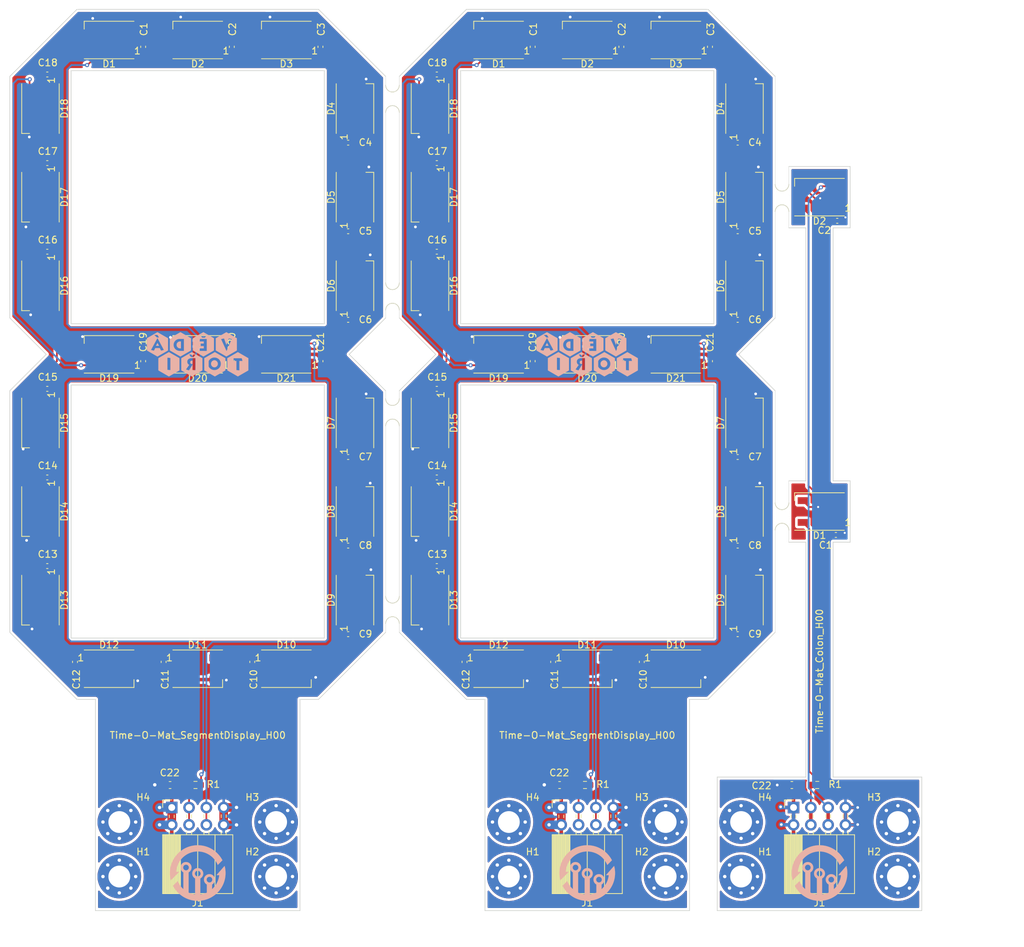
<source format=kicad_pcb>
(kicad_pcb (version 20211014) (generator pcbnew)
  (layers (0 "F.Cu" signal) (31 "B.Cu" signal) (34 "B.Paste" user) (35 "F.Paste" user) (36 "B.SilkS" user "B.Silkscreen") (37 "F.SilkS" user "F.Silkscreen") (38 "B.Mask" user) (39 "F.Mask" user) (44 "Edge.Cuts" user))
  (net 0 "")
  (net 1 "Net-(D1-Pad2)")
  (net 2 "Net-(D19-Pad2)")
  (net 3 "Net-(D2-Pad2)")
  (net 4 "Net-(D20-Pad2)")
  (net 5 "Net-(D3-Pad2)")
  (net 6 "Net-(D4-Pad2)")
  (net 7 "Net-(D5-Pad2)")
  (net 8 "Net-(D6-Pad2)")
  (net 9 "Net-(D10-Pad4)")
  (net 10 "Net-(D10-Pad2)")
  (net 11 "Net-(D11-Pad2)")
  (net 12 "Net-(D12-Pad2)")
  (net 13 "Net-(D13-Pad2)")
  (net 14 "Net-(D14-Pad2)")
  (net 15 "Net-(D15-Pad2)")
  (net 16 "Net-(D16-Pad2)")
  (net 17 "Net-(D17-Pad2)")
  (net 18 "Net-(D18-Pad2)")
  (net 19 "Net-(J1-Pad3)")
  (net 20 "Net-(D1-Pad4)")
  (net 21 "Net-(D7-Pad2)")
  (net 22 "Net-(D8-Pad2)")
  (net 23 "Net-(D21-Pad2)")
  (net 24 "+5V")
  (net 25 "GND")
  (footprint "LED_SMD:LED_WS2812B_PLCC4_5.0x5.0mm_P3.2mm" (layer "F.Cu") (at 31.88 67.35 180)
    (fp_text reference "D19")
    (fp_text value "WS2812E")
  )
  (footprint "Capacitor_SMD:C_0402_1005Metric" (layer "F.Cu") (at 49.88 22.218629 90)
    (fp_text reference "C2")
    (fp_text value "100nF")
  )
  (footprint "Capacitor_SMD:C_0402_1005Metric" (layer "F.Cu") (at 120.0114 22.218629 90)
    (fp_text reference "C3")
    (fp_text value "100nF")
  )
  (footprint "Connector_PinSocket_2.54mm:PinSocket_2x04_P2.54mm_Horizontal" (layer "F.Cu") (at 41.07 133.851371 90)
    (fp_text reference "J1")
    (fp_text value "Conn_02x04_Odd_Even")
  )
  (footprint "LED_SMD:LED_WS2812B_PLCC4_5.0x5.0mm_P3.2mm" (layer "F.Cu") (at 44.88 21.218629 180)
    (fp_text reference "D2")
    (fp_text value "WS2812E")
  )
  (footprint "MountingHole:MountingHole_3.2mm_M3_Pad_Via" (layer "F.Cu") (at 33.38 143.981371)
    (fp_text reference "H1")
    (fp_text value "MountingHole")
  )
  (footprint "LED_SMD:LED_WS2812B_PLCC4_5.0x5.0mm_P3.2mm" (layer "F.Cu") (at 78.945715 77.415686 -90)
    (fp_text reference "D15")
    (fp_text value "WS2812E")
  )
  (footprint "Capacitor_SMD:C_0402_1005Metric" (layer "F.Cu") (at 79.945715 39.284314 180)
    (fp_text reference "C17")
    (fp_text value "100nF")
  )
  (footprint "Panelization:mouse-bite-2mm-slot-edgecuts" (layer "F.Cu") (at 73.4457 104.85 90)
    (fp_text reference "mouse-bite-2mm-slot" hide)
    (fp_text value "VAL**" hide)
    (fp_arc (start 2 1) (mid 1 0) (end 2 -1) (layer "Edge.Cuts") (width 0.1))
    (fp_arc (start -2 -1) (mid -1 0) (end -2 1) (layer "Edge.Cuts") (width 0.1))
  )
  (footprint "Capacitor_SMD:C_0402_1005Metric" (layer "F.Cu") (at 39.88 112.481371 -90)
    (fp_text reference "C11")
    (fp_text value "100nF")
  )
  (footprint "Capacitor_SMD:C_0402_1005Metric" (layer "F.Cu") (at 52.88 112.481371 -90)
    (fp_text reference "C10")
    (fp_text value "100nF")
  )
  (footprint "Capacitor_SMD:C_0402_1005Metric" (layer "F.Cu") (at 22.814315 98.415686 180)
    (fp_text reference "C13")
    (fp_text value "100nF")
  )
  (footprint "LED_SMD:LED_WS2812B_PLCC4_5.0x5.0mm_P3.2mm" (layer "F.Cu") (at 67.945685 77.415685 90)
    (fp_text reference "D7")
    (fp_text value "WS2812E")
  )
  (footprint "Capacitor_SMD:C_0402_1005Metric" (layer "F.Cu") (at 120.0114 68.35 90)
    (fp_text reference "C21")
    (fp_text value "100nF")
  )
  (footprint "Capacitor_SMD:C_0402_1005Metric" (layer "F.Cu") (at 22.814315 26.284314 180)
    (fp_text reference "C18")
    (fp_text value "100nF")
  )
  (footprint "Capacitor_SMD:C_0402_1005Metric" (layer "F.Cu") (at 66.945685 95.415685)
    (fp_text reference "C8")
    (fp_text value "100nF")
  )
  (footprint "LED_SMD:LED_WS2812B_PLCC4_5.0x5.0mm_P3.2mm" (layer "F.Cu") (at 67.945685 57.284314 90)
    (fp_text reference "D6")
    (fp_text value "WS2812E")
  )
  (footprint "LED_SMD:LED_WS2812B_PLCC4_5.0x5.0mm_P3.2mm" (layer "F.Cu") (at 136.077001 90.415686 180)
    (fp_text reference "D1")
    (fp_text value "WS2812E")
  )
  (footprint "Capacitor_SMD:C_0402_1005Metric" (layer "F.Cu") (at 84.0114 112.481371 -90)
    (fp_text reference "C12")
    (fp_text value "100nF")
  )
  (footprint "LED_SMD:LED_WS2812B_PLCC4_5.0x5.0mm_P3.2mm" (layer "F.Cu") (at 78.945715 57.284314 -90)
    (fp_text reference "D16")
    (fp_text value "WS2812E")
  )
  (footprint "Capacitor_SMD:C_0402_1005Metric" (layer "F.Cu") (at 22.814315 39.284314 180)
    (fp_text reference "C17")
    (fp_text value "100nF")
  )
  (footprint "Capacitor_SMD:C_0402_1005Metric" (layer "F.Cu") (at 36.88 68.35 90)
    (fp_text reference "C19")
    (fp_text value "100nF")
  )
  (footprint "Connector_PinSocket_2.54mm:PinSocket_2x04_P2.54mm_Horizontal" (layer "F.Cu") (at 98.2014 133.851371 90)
    (fp_text reference "J1")
    (fp_text value "Conn_02x04_Odd_Even")
  )
  (footprint "LED_SMD:LED_WS2812B_PLCC4_5.0x5.0mm_P3.2mm" (layer "F.Cu") (at 102.0114 113.481371)
    (fp_text reference "D11")
    (fp_text value "WS2812E")
  )
  (footprint "MountingHole:MountingHole_3.2mm_M3_Pad_Via" (layer "F.Cu") (at 90.5114 135.981371)
    (fp_text reference "H4")
    (fp_text value "MountingHole")
  )
  (footprint "Capacitor_SMD:C_0402_1005Metric" (layer "F.Cu") (at 79.945715 72.415686 180)
    (fp_text reference "C15")
    (fp_text value "100nF")
  )
  (footprint "Capacitor_SMD:C_0402_1005Metric" (layer "F.Cu") (at 138.477001 93.85)
    (fp_text reference "C1")
    (fp_text value "100nF")
  )
  (footprint "Capacitor_SMD:C_0402_1005Metric" (layer "F.Cu") (at 22.814315 72.415686 180)
    (fp_text reference "C15")
    (fp_text value "100nF")
  )
  (footprint "MountingHole:MountingHole_3.2mm_M3_Pad_Via" (layer "F.Cu") (at 33.38 135.981371)
    (fp_text reference "H4")
    (fp_text value "MountingHole")
  )
  (footprint "LED_SMD:LED_WS2812B_PLCC4_5.0x5.0mm_P3.2mm" (layer "F.Cu") (at 21.814315 77.415686 -90)
    (fp_text reference "D15")
    (fp_text value "WS2812E")
  )
  (footprint "Capacitor_SMD:C_0402_1005Metric" (layer "F.Cu") (at 79.945715 85.415686 180)
    (fp_text reference "C14")
    (fp_text value "100nF")
  )
  (footprint "Capacitor_SMD:C_0402_1005Metric" (layer "F.Cu") (at 79.945715 98.415686 180)
    (fp_text reference "C13")
    (fp_text value "100nF")
  )
  (footprint "Capacitor_SMD:C_0603_1608Metric" (layer "F.Cu") (at 132.022001 130.55 180)
    (fp_text reference "C22")
    (fp_text value "10uF")
  )
  (footprint "Panelization:mouse-bite-2mm-slot-edgecuts" (layer "F.Cu") (at 130.577 44.4 90)
    (fp_text reference "mouse-bite-2mm-slot" hide)
    (fp_text value "VAL**" hide)
    (fp_arc (start 2 1) (mid 1 0) (end 2 -1) (layer "Edge.Cuts") (width 0.1))
    (fp_arc (start -2 -1) (mid -1 0) (end -2 1) (layer "Edge.Cuts") (width 0.1))
  )
  (footprint "Capacitor_SMD:C_0402_1005Metric" (layer "F.Cu") (at 22.814315 52.284314 180)
    (fp_text reference "C16")
    (fp_text value "100nF")
  )
  (footprint "LED_SMD:LED_WS2812B_PLCC4_5.0x5.0mm_P3.2mm" (layer "F.Cu") (at 89.0114 113.481371)
    (fp_text reference "D12")
    (fp_text value "WS2812E")
  )
  (footprint "LED_SMD:LED_WS2812B_PLCC4_5.0x5.0mm_P3.2mm" (layer "F.Cu") (at 125.077085 90.415685 90)
    (fp_text reference "D8")
    (fp_text value "WS2812E")
  )
  (footprint "LED_SMD:LED_WS2812B_PLCC4_5.0x5.0mm_P3.2mm" (layer "F.Cu") (at 125.077085 57.284314 90)
    (fp_text reference "D6")
    (fp_text value "WS2812E")
  )
  (footprint "LED_SMD:LED_WS2812B_PLCC4_5.0x5.0mm_P3.2mm" (layer "F.Cu") (at 67.945685 31.284314 90)
    (fp_text reference "D4")
    (fp_text value "WS2812E")
  )
  (footprint "Panelization:mouse-bite-2mm-slot-edgecuts" (layer "F.Cu") (at 73.4457 58.85 90)
    (fp_text reference "mouse-bite-2mm-slot" hide)
    (fp_text value "VAL**" hide)
    (fp_arc (start 2 1) (mid 1 0) (end 2 -1) (layer "Edge.Cuts") (width 0.1))
    (fp_arc (start -2 -1) (mid -1 0) (end -2 1) (layer "Edge.Cuts") (width 0.1))
  )
  (footprint "LED_SMD:LED_WS2812B_PLCC4_5.0x5.0mm_P3.2mm" (layer "F.Cu") (at 67.945685 103.415685 90)
    (fp_text reference "D9")
    (fp_text value "WS2812E")
  )
  (footprint "LED_SMD:LED_WS2812B_PLCC4_5.0x5.0mm_P3.2mm" (layer "F.Cu") (at 21.814315 44.284314 -90)
    (fp_text reference "D17")
    (fp_text value "WS2812E")
  )
  (footprint "LED_SMD:LED_WS2812B_PLCC4_5.0x5.0mm_P3.2mm" (layer "F.Cu") (at 57.88 113.481371)
    (fp_text reference "D10")
    (fp_text value "WS2812E")
  )
  (footprint "MountingHole:MountingHole_3.2mm_M3_Pad_Via" (layer "F.Cu") (at 124.577001 135.981371)
    (fp_text reference "H4")
    (fp_text value "MountingHole")
  )
  (footprint "LED_SMD:LED_WS2812B_PLCC4_5.0x5.0mm_P3.2mm" (layer "F.Cu") (at 67.945685 90.415685 90)
    (fp_text reference "D8")
    (fp_text value "WS2812E")
  )
  (footprint "Resistor_SMD:R_0603_1608Metric" (layer "F.Cu") (at 135.747001 130.54)
    (fp_text reference "R1")
    (fp_text value "75R")
  )
  (footprint "Capacitor_SMD:C_0402_1005Metric" (layer "F.Cu") (at 94.0114 22.218629 90)
    (fp_text reference "C1")
    (fp_text value "100nF")
  )
  (footprint "Resistor_SMD:R_0603_1608Metric" (layer "F.Cu") (at 101.6814 130.54)
    (fp_text reference "R1")
    (fp_text value "75R")
  )
  (footprint "Capacitor_SMD:C_0402_1005Metric" (layer "F.Cu") (at 107.0114 68.35 90)
    (fp_text reference "C20")
    (fp_text value "100nF")
  )
  (footprint "MountingHole:MountingHole_3.2mm_M3_Pad_Via" (layer "F.Cu") (at 124.577001 143.981371)
    (fp_text reference "H1")
    (fp_text value "MountingHole")
  )
  (footprint "Capacitor_SMD:C_0402_1005Metric" (layer "F.Cu") (at 94.0114 68.35 90)
    (fp_text reference "C19")
    (fp_text value "100nF")
  )
  (footprint "LED_SMD:LED_WS2812B_PLCC4_5.0x5.0mm_P3.2mm" (layer "F.Cu") (at 78.945715 31.284314 -90)
    (fp_text reference "D18")
    (fp_text value "WS2812E")
  )
  (footprint "LED_SMD:LED_WS2812B_PLCC4_5.0x5.0mm_P3.2mm" (layer "F.Cu") (at 115.0114 21.218629 180)
    (fp_text reference "D3")
    (fp_text value "WS2812E")
  )
  (footprint "LED_SMD:LED_WS2812B_PLCC4_5.0x5.0mm_P3.2mm" (layer "F.Cu") (at 57.88 67.35 180)
    (fp_text reference "D21")
    (fp_text value "WS2812E")
  )
  (footprint "LED_SMD:LED_WS2812B_PLCC4_5.0x5.0mm_P3.2mm" (layer "F.Cu") (at 102.0114 67.35 180)
    (fp_text reference "D20")
    (fp_text value "WS2812E")
  )
  (footprint "LED_SMD:LED_WS2812B_PLCC4_5.0x5.0mm_P3.2mm" (layer "F.Cu") (at 31.88 21.218629 180)
    (fp_text reference "D1")
    (fp_text value "WS2812E")
  )
  (footprint "Capacitor_SMD:C_0402_1005Metric" (layer "F.Cu") (at 66.945685 36.284314)
    (fp_text reference "C4")
    (fp_text value "100nF")
  )
  (footprint "LED_SMD:LED_WS2812B_PLCC4_5.0x5.0mm_P3.2mm" (layer "F.Cu") (at 102.0114 21.218629 180)
    (fp_text reference "D2")
    (fp_text value "WS2812E")
  )
  (footprint "Capacitor_SMD:C_0402_1005Metric" (layer "F.Cu") (at 124.077085 62.284314)
    (fp_text reference "C6")
    (fp_text value "100nF")
  )
  (footprint "Capacitor_SMD:C_0402_1005Metric" (layer "F.Cu") (at 66.945685 62.284314)
    (fp_text reference "C6")
    (fp_text value "100nF")
  )
  (footprint "LED_SMD:LED_WS2812B_PLCC4_5.0x5.0mm_P3.2mm" (layer "F.Cu") (at 125.077085 44.284314 90)
    (fp_text reference "D5")
    (fp_text value "WS2812E")
  )
  (footprint "LED_SMD:LED_WS2812B_PLCC4_5.0x5.0mm_P3.2mm" (layer "F.Cu") (at 21.814315 57.284314 -90)
    (fp_text reference "D16")
    (fp_text value "WS2812E")
  )
  (footprint "Resistor_SMD:R_0603_1608Metric" (layer "F.Cu") (at 44.55 130.54)
    (fp_text reference "R1")
    (fp_text value "75R")
  )
  (footprint "LED_SMD:LED_WS2812B_PLCC4_5.0x5.0mm_P3.2mm" (layer "F.Cu") (at 44.88 113.481371)
    (fp_text reference "D11")
    (fp_text value "WS2812E")
  )
  (footprint "MountingHole:MountingHole_3.2mm_M3_Pad_Via" (layer "F.Cu") (at 90.5114 143.981371)
    (fp_text reference "H1")
    (fp_text value "MountingHole")
  )
  (footprint "Capacitor_SMD:C_0402_1005Metric" (layer "F.Cu") (at 124.077085 108.415685)
    (fp_text reference "C9")
    (fp_text value "100nF")
  )
  (footprint "LED_SMD:LED_WS2812B_PLCC4_5.0x5.0mm_P3.2mm" (layer "F.Cu") (at 115.0114 67.35 180)
    (fp_text reference "D21")
    (fp_text value "WS2812E")
  )
  (footprint "LED_SMD:LED_WS2812B_PLCC4_5.0x5.0mm_P3.2mm" (layer "F.Cu") (at 89.0114 67.35 180)
    (fp_text reference "D19")
    (fp_text value "WS2812E")
  )
  (footprint "LED_SMD:LED_WS2812B_PLCC4_5.0x5.0mm_P3.2mm" (layer "F.Cu") (at 78.945715 103.415686 -90)
    (fp_text reference "D13")
    (fp_text value "WS2812E")
  )
  (footprint "MountingHole:MountingHole_3.2mm_M3_Pad_Via" (layer "F.Cu") (at 113.5114 135.981371)
    (fp_text reference "H3")
    (fp_text value "MountingHole")
  )
  (footprint "Capacitor_SMD:C_0402_1005Metric" (layer "F.Cu") (at 97.0114 112.481371 -90)
    (fp_text reference "C11")
    (fp_text value "100nF")
  )
  (footprint "Panelization:mouse-bite-2mm-slot-edgecuts" (layer "F.Cu") (at 73.4457 75.85 90)
    (fp_text reference "mouse-bite-2mm-slot" hide)
    (fp_text value "VAL**" hide)
    (fp_arc (start -2 -1) (mid -1 0) (end -2 1) (layer "Edge.Cuts") (width 0.1))
    (fp_arc (start 2 1) (mid 1 0) (end 2 -1) (layer "Edge.Cuts") (width 0.1))
  )
  (footprint "Capacitor_SMD:C_0402_1005Metric" (layer "F.Cu") (at 124.077085 82.415685)
    (fp_text reference "C7")
    (fp_text value "100nF")
  )
  (footprint "Capacitor_SMD:C_0402_1005Metric" (layer "F.Cu") (at 79.945715 52.284314 180)
    (fp_text reference "C16")
    (fp_text value "100nF")
  )
  (footprint "Capacitor_SMD:C_0402_1005Metric" (layer "F.Cu") (at 79.945715 26.284314 180)
    (fp_text reference "C18")
    (fp_text value "100nF")
  )
  (footprint "LED_SMD:LED_WS2812B_PLCC4_5.0x5.0mm_P3.2mm" (layer "F.Cu") (at 125.077085 77.415685 90)
    (fp_text reference "D7")
    (fp_text value "WS2812E")
  )
  (footprint "Capacitor_SMD:C_0402_1005Metric" (layer "F.Cu") (at 62.88 22.218629 90)
    (fp_text reference "C3")
    (fp_text value "100nF")
  )
  (footprint "LED_SMD:LED_WS2812B_PLCC4_5.0x5.0mm_P3.2mm" (layer "F.Cu") (at 89.0114 21.218629 180)
    (fp_text reference "D1")
    (fp_text value "WS2812E")
  )
  (footprint "Capacitor_SMD:C_0402_1005Metric" (layer "F.Cu") (at 138.677001 47.75)
    (fp_text reference "C2")
    (fp_text value "100nF")
  )
  (footprint "Capacitor_SMD:C_0402_1005Metric" (layer "F.Cu") (at 66.945685 108.415685)
    (fp_text reference "C9")
    (fp_text value "100nF")
  )
  (footprint "Panelization:mouse-bite-2mm-slot-edgecuts" (layer "F.Cu") (at 73.4457 29.85 90)
    (fp_text reference "mouse-bite-2mm-slot" hide)
    (fp_text value "VAL**" hide)
    (fp_arc (start 2 1) (mid 1 0) (end 2 -1) (layer "Edge.Cuts") (width 0.1))
    (fp_arc (start -2 -1) (mid -1 0) (end -2 1) (layer "Edge.Cuts") (width 0.1))
  )
  (footprint "LED_SMD:LED_WS2812B_PLCC4_5.0x5.0mm_P3.2mm" (layer "F.Cu") (at 21.814315 31.284314 -90)
    (fp_text reference "D18")
    (fp_text value "WS2812E")
  )
  (footprint "Capacitor_SMD:C_0402_1005Metric" (layer "F.Cu") (at 36.88 22.218629 90)
    (fp_text reference "C1")
    (fp_text value "100nF")
  )
  (footprint "Panelization:mouse-bite-2mm-slot-edgecuts" (layer "F.Cu") (at 130.575 91.138 90)
    (fp_text reference "mouse-bite-2mm-slot" hide)
    (fp_text value "VAL**" hide)
    (fp_arc (start -2 -1) (mid -1 0) (end -2 1) (layer "Edge.Cuts") (width 0.1))
    (fp_arc (start 2 1) (mid 1 0) (end 2 -1) (layer "Edge.Cuts") (width 0.1))
  )
  (footprint "MountingHole:MountingHole_3.2mm_M3_Pad_Via" (layer "F.Cu") (at 56.38 135.981371)
    (fp_text reference "H3")
    (fp_text value "MountingHole")
  )
  (footprint "LED_SMD:LED_WS2812B_PLCC4_5.0x5.0mm_P3.2mm" (layer "F.Cu") (at 125.077085 31.284314 90)
    (fp_text reference "D4")
    (fp_text value "WS2812E")
  )
  (footprint "Capacitor_SMD:C_0402_1005Metric" (layer "F.Cu") (at 49.88 68.35 90)
    (fp_text reference "C20")
    (fp_text value "100nF")
  )
  (footprint "Capacitor_SMD:C_0402_1005Metric" (layer "F.Cu") (at 124.077085 36.284314)
    (fp_text reference "C4")
    (fp_text value "100nF")
  )
  (footprint "LED_SMD:LED_WS2812B_PLCC4_5.0x5.0mm_P3.2mm" (layer "F.Cu") (at 21.814315 103.415686 -90)
    (fp_text reference "D13")
    (fp_text value "WS2812E")
  )
  (footprint "LED_SMD:LED_WS2812B_PLCC4_5.0x5.0mm_P3.2mm" (layer "F.Cu") (at 115.0114 113.481371)
    (fp_text reference "D10")
    (fp_text value "WS2812E")
  )
  (footprint "LED_SMD:LED_WS2812B_PLCC4_5.0x5.0mm_P3.2mm" (layer "F.Cu") (at 44.88 67.35 180)
    (fp_text reference "D20")
    (fp_text value "WS2812E")
  )
  (footprint "Capacitor_SMD:C_0402_1005Metric" (layer "F.Cu") (at 62.88 68.35 90)
    (fp_text reference "C21")
    (fp_text value "100nF")
  )
  (footprint "MountingHole:MountingHole_3.2mm_M3_Pad_Via" (layer "F.Cu") (at 147.577001 143.981371)
    (fp_text reference "H2")
    (fp_text value "MountingHole")
  )
  (footprint "MountingHole:MountingHole_3.2mm_M3_Pad_Via" (layer "F.Cu") (at 113.5114 143.981371)
    (fp_text reference "H2")
    (fp_text value "MountingHole")
  )
  (footprint "LED_SMD:LED_WS2812B_PLCC4_5.0x5.0mm_P3.2mm" (layer "F.Cu") (at 21.814315 90.415686 -90)
    (fp_text reference "D14")
    (fp_text value "WS2812E")
  )
  (footprint "LED_SMD:LED_WS2812B_PLCC4_5.0x5.0mm_P3.2mm" (layer "F.Cu") (at 31.88 113.481371)
    (fp_text reference "D12")
    (fp_text value "WS2812E")
  )
  (footprint "Capacitor_SMD:C_0402_1005Metric" (layer "F.Cu") (at 124.077085 95.415685)
    (fp_text reference "C8")
    (fp_text value "100nF")
  )
  (footprint "LED_SMD:LED_WS2812B_PLCC4_5.0x5.0mm_P3.2mm" (layer "F.Cu") (at 136.077001 44.284314 180)
    (fp_text reference "D2")
    (fp_text value "WS2812E")
  )
  (footprint "Capacitor_SMD:C_0402_1005Metric" (layer "F.Cu") (at 66.945685 82.415685)
    (fp_text reference "C7")
    (fp_text value "100nF")
  )
  (footprint "Capacitor_SMD:C_0402_1005Metric" (layer "F.Cu") (at 22.814315 85.415686 180)
    (fp_text reference "C14")
    (fp_text value "100nF")
  )
  (footprint "LED_SMD:LED_WS2812B_PLCC4_5.0x5.0mm_P3.2mm" (layer "F.Cu") (at 78.945715 44.284314 -90)
    (fp_text reference "D17")
    (fp_text value "WS2812E")
  )
  (footprint "Capacitor_SMD:C_0402_1005Metric" (layer "F.Cu") (at 124.077085 49.284314)
    (fp_text reference "C5")
    (fp_text value "100nF")
  )
  (footprint "Capacitor_SMD:C_0402_1005Metric" (layer "F.Cu") (at 107.0114 22.218629 90)
    (fp_text reference "C2")
    (fp_text value "100nF")
  )
  (footprint "MountingHole:MountingHole_3.2mm_M3_Pad_Via" (layer "F.Cu") (at 147.577001 135.981371)
    (fp_text reference "H3")
    (fp_text value "MountingHole")
  )
  (footprint "Capacitor_SMD:C_0603_1608Metric" (layer "F.Cu") (at 40.825 130.55 180)
    (fp_text reference "C22")
    (fp_text value "10uF")
  )
  (footprint "Capacitor_SMD:C_0603_1608Metric" (layer "F.Cu") (at 97.9564 130.55 180)
    (fp_text reference "C22")
    (fp_text value "10uF")
  )
  (footprint "LED_SMD:LED_WS2812B_PLCC4_5.0x5.0mm_P3.2mm" (layer "F.Cu") (at 67.945685 44.284314 90)
    (fp_text reference "D5")
    (fp_text value "WS2812E")
  )
  (footprint "LED_SMD:LED_WS2812B_PLCC4_5.0x5.0mm_P3.2mm" (layer "F.Cu") (at 78.945715 90.415686 -90)
    (fp_text reference "D14")
    (fp_text value "WS2812E")
  )
  (footprint "Capacitor_SMD:C_0402_1005Metric" (layer "F.Cu") (at 26.88 112.481371 -90)
    (fp_text reference "C12")
    (fp_text value "100nF")
  )
  (footprint "LED_SMD:LED_WS2812B_PLCC4_5.0x5.0mm_P3.2mm" (layer "F.Cu") (at 57.88 21.218629 180)
    (fp_text reference "D3")
    (fp_text value "WS2812E")
  )
  (footprint "LED_SMD:LED_WS2812B_PLCC4_5.0x5.0mm_P3.2mm" (layer "F.Cu") (at 125.077085 103.415685 90)
    (fp_text reference "D9")
    (fp_text value "WS2812E")
  )
  (footprint "Connector_PinSocket_2.54mm:PinSocket_2x04_P2.54mm_Horizontal" (layer "F.Cu") (at 132.267001 133.851371 90)
    (fp_text reference "J1")
    (fp_text value "Conn_02x04_Odd_Even")
  )
  (footprint "MountingHole:MountingHole_3.2mm_M3_Pad_Via" (layer "F.Cu") (at 56.38 143.981371)
    (fp_text reference "H2")
    (fp_text value "MountingHole")
  )
  (footprint "Capacitor_SMD:C_0402_1005Metric" (layer "F.Cu") (at 110.0114 112.481371 -90)
    (fp_text reference "C10")
    (fp_text value "100nF")
  )
  (footprint "Capacitor_SMD:C_0402_1005Metric" (layer "F.Cu") (at 66.945685 49.284314)
    (fp_text reference "C5")
    (fp_text value "100nF")
  )
  (footprint "Time-O-Mat_Library:Vedatori_15mm" (layer "B.Cu") (at 44.88 67.35 180)
    (fp_text reference "G1" hide)
    (fp_text value "Vedatori_logo" hide)
  )
  (footprint "Time-O-Mat_Library:Vedatori_15mm" (layer "B.Cu") (at 102.0114 67.35 180)
    (fp_text reference "G1" hide)
    (fp_text value "Vedatori_logo" hide)
  )
  (footprint "Time-O-Mat_Library:Coufal_elektronika_notext_10mm" (layer "B.Cu") (at 44.88 143.55 180)
    (fp_text reference "G2" hide)
    (fp_text value "CoufalElektronika_logo" hide)
  )
  (footprint "Time-O-Mat_Library:Coufal_elektronika_notext_10mm" (layer "B.Cu") (at 136.077001 143.55 180)
    (fp_text reference "G2" hide)
    (fp_text value "CoufalElektronika_logo" hide)
  )
  (footprint "Time-O-Mat_Library:Coufal_elektronika_notext_10mm" (layer "B.Cu") (at 102.0114 143.55 180)
    (fp_text reference "G2" hide)
    (fp_text value "CoufalElektronika_logo" hide)
  )
  (gr_line (start 120.577085 62.85) (end 83.445715 62.85) (layer "Edge.Cuts") (width 0.1))
  (gr_line (start 79.794243 67.35) (end 74.445715 62.001472) (layer "Edge.Cuts") (width 0.1))
  (gr_line (start 17.314315 62.001472) (end 17.314315 26.567157) (layer "Edge.Cuts") (width 0.1))
  (gr_line (start 121.077001 129.381371) (end 121.077001 148.981371) (layer "Edge.Cuts") (width 0.1))
  (gr_line (start 124.228557 67.35) (end 129.577085 72.698528) (layer "Edge.Cuts") (width 0.1))
  (gr_line (start 63.445685 108.981371) (end 26.314315 108.981371) (layer "Edge.Cuts") (width 0.1))
  (gr_line (start 72.4457 60.85) (end 72.445685 62.001472) (layer "Edge.Cuts") (width 0.05))
  (gr_line (start 83.445715 71.85) (end 83.445715 108.981371) (layer "Edge.Cuts") (width 0.1))
  (gr_line (start 134.077 85.915685) (end 131.577 85.915685) (layer "Edge.Cuts") (width 0.1))
  (gr_line (start 121.077001 129.381371) (end 134.077 129.381371) (layer "Edge.Cuts") (width 0.1))
  (gr_line (start 140.577001 94.915685) (end 138.077001 94.915685) (layer "Edge.Cuts") (width 0.1))
  (gr_line (start 131.575 93.138) (end 131.577 94.915686) (layer "Edge.Cuts") (width 0.05))
  (gr_line (start 129.577085 26.567157) (end 119.728557 16.718629) (layer "Edge.Cuts") (width 0.1))
  (gr_line (start 121.077001 148.981371) (end 151.077001 148.981371) (layer "Edge.Cuts") (width 0.1))
  (gr_line (start 27.162843 16.718629) (end 62.597157 16.718629) (layer "Edge.Cuts") (width 0.1))
  (gr_line (start 84.294243 16.718629) (end 119.728557 16.718629) (layer "Edge.Cuts") (width 0.1))
  (gr_line (start 151.077001 129.381371) (end 151.077001 148.981371) (layer "Edge.Cuts") (width 0.1))
  (gr_line (start 59.88 148.981371) (end 59.88 117.981371) (layer "Edge.Cuts") (width 0.1))
  (gr_line (start 22.662843 67.35) (end 17.314315 72.698528) (layer "Edge.Cuts") (width 0.1))
  (gr_line (start 72.445685 26.567157) (end 72.4457 27.85) (layer "Edge.Cuts") (width 0.05))
  (gr_line (start 72.4457 77.85) (end 72.4457 102.85) (layer "Edge.Cuts") (width 0.05))
  (gr_line (start 131.577 46.4) (end 131.577 48.784315) (layer "Edge.Cuts") (width 0.05))
  (gr_line (start 74.445715 108.132843) (end 84.294243 117.981371) (layer "Edge.Cuts") (width 0.1))
  (gr_line (start 151.077001 129.381371) (end 138.077001 129.381371) (layer "Edge.Cuts") (width 0.1))
  (gr_line (start 120.577085 71.85) (end 83.445715 71.85) (layer "Edge.Cuts") (width 0.1))
  (gr_line (start 140.577001 39.784315) (end 131.577 39.784315) (layer "Edge.Cuts") (width 0.1))
  (gr_line (start 134.077 129.381371) (end 134.077 94.915686) (layer "Edge.Cuts") (width 0.1))
  (gr_line (start 84.294243 117.981371) (end 87.0114 117.981371) (layer "Edge.Cuts") (width 0.1))
  (gr_line (start 63.445685 71.85) (end 63.445685 108.981371) (layer "Edge.Cuts") (width 0.1))
  (gr_line (start 63.445685 62.85) (end 63.445685 25.718629) (layer "Edge.Cuts") (width 0.1))
  (gr_line (start 27.162843 117.981371) (end 29.88 117.981371) (layer "Edge.Cuts") (width 0.1))
  (gr_line (start 134.077 48.784315) (end 131.577 48.784315) (layer "Edge.Cuts") (width 0.1))
  (gr_line (start 74.445715 108.132843) (end 74.4457 106.85) (layer "Edge.Cuts") (width 0.05))
  (gr_line (start 140.577001 48.784315) (end 138.077001 48.784315) (layer "Edge.Cuts") (width 0.1))
  (gr_line (start 22.662843 67.35) (end 17.314315 62.001472) (layer "Edge.Cuts") (width 0.1))
  (gr_line (start 129.577 42.4) (end 129.577085 26.567157) (layer "Edge.Cuts") (width 0.05))
  (gr_line (start 117.0114 117.981371) (end 119.728557 117.981371) (layer "Edge.Cuts") (width 0.1))
  (gr_line (start 131.577 42.4) (end 131.577 39.784315) (layer "Edge.Cuts") (width 0.05))
  (gr_line (start 74.4457 27.85) (end 74.445715 26.567157) (layer "Edge.Cuts") (width 0.05))
  (gr_line (start 124.228557 67.35) (end 129.577085 62.001472) (layer "Edge.Cuts") (width 0.1))
  (gr_line (start 84.294243 16.718629) (end 74.445715 26.567157) (layer "Edge.Cuts") (width 0.1))
  (gr_line (start 29.88 148.981371) (end 59.88 148.981371) (layer "Edge.Cuts") (width 0.1))
  (gr_line (start 83.445715 62.85) (end 83.445715 25.718629) (layer "Edge.Cuts") (width 0.1))
  (gr_line (start 140.577001 94.915685) (end 140.577001 85.915685) (layer "Edge.Cuts") (width 0.1))
  (gr_line (start 131.577 85.915685) (end 131.575 89.138) (layer "Edge.Cuts") (width 0.05))
  (gr_line (start 27.162843 16.718629) (end 17.314315 26.567157) (layer "Edge.Cuts") (width 0.1))
  (gr_line (start 134.077 94.915686) (end 131.577 94.915686) (layer "Edge.Cuts") (width 0.1))
  (gr_line (start 67.097157 67.35) (end 72.445685 62.001472) (layer "Edge.Cuts") (width 0.1))
  (gr_line (start 74.445715 62.001472) (end 74.4457 60.85) (layer "Edge.Cuts") (width 0.05))
  (gr_line (start 140.577001 48.784315) (end 140.577001 39.784315) (layer "Edge.Cuts") (width 0.1))
  (gr_line (start 63.445685 25.718629) (end 26.314315 25.718629) (layer "Edge.Cuts") (width 0.1))
  (gr_line (start 74.4457 102.85) (end 74.4457 77.85) (layer "Edge.Cuts") (width 0.05))
  (gr_line (start 29.88 148.981371) (end 29.88 117.981371) (layer "Edge.Cuts") (width 0.1))
  (gr_line (start 74.445715 72.698528) (end 74.4457 73.85) (layer "Edge.Cuts") (width 0.05))
  (gr_line (start 62.597157 117.981371) (end 72.445685 108.132843) (layer "Edge.Cuts") (width 0.1))
  (gr_line (start 138.077001 129.381371) (end 138.077001 94.915685) (layer "Edge.Cuts") (width 0.1))
  (gr_line (start 117.0114 148.981371) (end 117.0114 117.981371) (layer "Edge.Cuts") (width 0.1))
  (gr_line (start 26.314315 71.85) (end 26.314315 108.981371) (layer "Edge.Cuts") (width 0.1))
  (gr_line (start 87.0114 148.981371) (end 117.0114 148.981371) (layer "Edge.Cuts") (width 0.1))
  (gr_line (start 120.577085 71.85) (end 120.577085 108.981371) (layer "Edge.Cuts") (width 0.1))
  (gr_line (start 72.4457 56.85) (end 72.4457 31.85) (layer "Edge.Cuts") (width 0.05))
  (gr_line (start 120.577085 62.85) (end 120.577085 25.718629) (layer "Edge.Cuts") (width 0.1))
  (gr_line (start 26.314315 62.85) (end 26.314315 25.718629) (layer "Edge.Cuts") (width 0.1))
  (gr_line (start 63.445685 62.85) (end 26.314315 62.85) (layer "Edge.Cuts") (width 0.1))
  (gr_line (start 72.445685 26.567157) (end 62.597157 16.718629) (layer "Edge.Cuts") (width 0.1))
  (gr_line (start 17.314315 108.132843) (end 27.162843 117.981371) (layer "Edge.Cuts") (width 0.1))
  (gr_line (start 129.577085 62.001472) (end 129.577 46.4) (layer "Edge.Cuts") (width 0.05))
  (gr_line (start 119.728557 117.981371) (end 129.577085 108.132843) (layer "Edge.Cuts") (width 0.1))
  (gr_line (start 138.077001 48.784315) (end 138.077001 85.915685) (layer "Edge.Cuts") (width 0.1))
  (gr_line (start 87.0114 148.981371) (end 87.0114 117.981371) (layer "Edge.Cuts") (width 0.1))
  (gr_line (start 72.445685 72.698528) (end 72.4457 73.85) (layer "Edge.Cuts") (width 0.05))
  (gr_line (start 72.445685 108.132843) (end 72.4457 106.85) (layer "Edge.Cuts") (width 0.05))
  (gr_line (start 59.88 117.981371) (end 62.597157 117.981371) (layer "Edge.Cuts") (width 0.1))
  (gr_line (start 74.4457 31.85) (end 74.4457 56.85) (layer "Edge.Cuts") (width 0.05))
  (gr_line (start 63.445685 71.85) (end 26.314315 71.85) (layer "Edge.Cuts") (width 0.1))
  (gr_line (start 120.577085 108.981371) (end 83.445715 108.981371) (layer "Edge.Cuts") (width 0.1))
  (gr_line (start 17.314315 72.698528) (end 17.314315 108.132843) (layer "Edge.Cuts") (width 0.1))
  (gr_line (start 134.077 48.784315) (end 134.077 85.915685) (layer "Edge.Cuts") (width 0.1))
  (gr_line (start 129.577085 108.132843) (end 129.575 93.138) (layer "Edge.Cuts") (width 0.05))
  (gr_line (start 129.575 89.138) (end 129.577085 72.698528) (layer "Edge.Cuts") (width 0.05))
  (gr_line (start 140.577001 85.915685) (end 138.077001 85.915685) (layer "Edge.Cuts") (width 0.1))
  (gr_line (start 67.097157 67.35) (end 72.445685 72.698528) (layer "Edge.Cuts") (width 0.1))
  (gr_line (start 79.794243 67.35) (end 74.445715 72.698528) (layer "Edge.Cuts") (width 0.1))
  (gr_line (start 120.577085 25.718629) (end 83.445715 25.718629) (layer "Edge.Cuts") (width 0.1))
  (gr_text "Time-O-Mat_SegmentDisplay_H00" (at 44.88 123.25) (layer "F.SilkS") (effects (font (size 1 1))))
  (gr_text "Time-O-Mat_SegmentDisplay_H00" (at 102.0114 123.25) (layer "F.SilkS") (effects (font (size 1 1))))
  (gr_text "Time-O-Mat_Colon_H00" (at 136.077001 113.85 90) (layer "F.SilkS") (effects (font (size 1 1))))
  (segment (start 99.5614 22.818629) (end 98.630029 22.818629) (width 0.254) (layer "F.Cu") (net 1))
  (segment (start 136.642687 88.815686) (end 134.477001 86.65) (width 0.254) (layer "F.Cu") (net 1))
  (segment (start 38.298629 19.618629) (end 34.33 19.618629) (width 0.254) (layer "F.Cu") (net 1))
  (segment (start 134.477001 86.65) (end 134.477001 46.734314) (width 0.254) (layer "F.Cu") (net 1))
  (segment (start 42.43 22.818629) (end 41.498629 22.818629) (width 0.254) (layer "F.Cu") (net 1))
  (segment (start 95.430029 19.618629) (end 91.4614 19.618629) (width 0.254) (layer "F.Cu") (net 1))
  (segment (start 41.498629 22.818629) (end 38.298629 19.618629) (width 0.254) (layer "F.Cu") (net 1))
  (segment (start 134.477001 46.734314) (end 133.627001 45.884314) (width 0.254) (layer "F.Cu") (net 1))
  (segment (start 98.630029 22.818629) (end 95.430029 19.618629) (width 0.254) (layer "F.Cu") (net 1))
  (segment (start 138.527001 88.815686) (end 136.642687 88.815686) (width 0.254) (layer "F.Cu") (net 1))
  (segment (start 93.2414 65.75) (end 96.4414 68.95) (width 0.254) (layer "F.Cu") (net 2))
  (segment (start 39.31 68.95) (end 42.43 68.95) (width 0.254) (layer "F.Cu") (net 2))
  (segment (start 34.33 65.75) (end 36.11 65.75) (width 0.254) (layer "F.Cu") (net 2))
  (segment (start 36.11 65.75) (end 39.31 68.95) (width 0.254) (layer "F.Cu") (net 2))
  (segment (start 91.4614 65.75) (end 93.2414 65.75) (width 0.254) (layer "F.Cu") (net 2))
  (segment (start 96.4414 68.95) (end 99.5614 68.95) (width 0.254) (layer "F.Cu") (net 2))
  (segment (start 109.352771 19.61) (end 109.344142 19.618629) (width 0.254) (layer "F.Cu") (net 3))
  (segment (start 112.5614 22.818629) (end 109.352771 19.61) (width 0.254) (layer "F.Cu") (net 3))
  (segment (start 52.221371 19.61) (end 52.212742 19.618629) (width 0.254) (layer "F.Cu") (net 3))
  (segment (start 138.527001 42.684314) (end 136.442687 42.684314) (width 0.254) (layer "F.Cu") (net 3))
  (segment (start 109.344142 19.618629) (end 104.4614 19.618629) (width 0.254) (layer "F.Cu") (net 3))
  (segment (start 137.347001 133.851371) (end 137.347001 136.391371) (width 0.508) (layer "F.Cu") (net 3))
  (segment (start 136.442687 42.684314) (end 136.277001 42.85) (width 0.254) (layer "F.Cu") (net 3))
  (segment (start 52.212742 19.618629) (end 47.33 19.618629) (width 0.254) (layer "F.Cu") (net 3))
  (segment (start 55.43 22.818629) (end 52.221371 19.61) (width 0.254) (layer "F.Cu") (net 3))
  (via (at 136.277001 42.85) (size 0.6) (drill 0.3) (layers "F.Cu" "B.Cu") (net 3))
  (segment (start 134.477001 130.981371) (end 137.347001 133.851371) (width 0.254) (layer "B.Cu") (net 3))
  (segment (start 136.277001 42.85) (end 134.477001 44.65) (width 0.254) (layer "B.Cu") (net 3))
  (segment (start 134.477001 44.65) (end 134.477001 130.981371) (width 0.254) (layer "B.Cu") (net 3))
  (segment (start 104.4614 65.75) (end 106.1814 65.75) (width 0.254) (layer "F.Cu") (net 4))
  (segment (start 109.3814 68.95) (end 112.5614 68.95) (width 0.254) (layer "F.Cu") (net 4))
  (segment (start 49.05 65.75) (end 52.25 68.95) (width 0.254) (layer "F.Cu") (net 4))
  (segment (start 52.25 68.95) (end 55.43 68.95) (width 0.254) (layer "F.Cu") (net 4))
  (segment (start 106.1814 65.75) (end 109.3814 68.95) (width 0.254) (layer "F.Cu") (net 4))
  (segment (start 47.33 65.75) (end 49.05 65.75) (width 0.254) (layer "F.Cu") (net 4))
  (segment (start 66.345685 23.485685) (end 66.345685 28.834314) (width 0.254) (layer "F.Cu") (net 5))
  (segment (start 117.4614 19.618629) (end 119.610029 19.618629) (width 0.254) (layer "F.Cu") (net 5))
  (segment (start 60.33 19.618629) (end 62.478629 19.618629) (width 0.254) (layer "F.Cu") (net 5))
  (segment (start 119.610029 19.618629) (end 123.477085 23.485685) (width 0.254) (layer "F.Cu") (net 5))
  (segment (start 62.478629 19.618629) (end 66.345685 23.485685) (width 0.254) (layer "F.Cu") (net 5))
  (segment (start 123.477085 23.485685) (end 123.477085 28.834314) (width 0.254) (layer "F.Cu") (net 5))
  (segment (start 69.545685 33.734314) (end 69.545685 35.774315) (width 0.254) (layer "F.Cu") (net 6))
  (segment (start 126.677085 33.734314) (end 126.677085 35.774315) (width 0.254) (layer "F.Cu") (net 6))
  (segment (start 66.345685 38.974315) (end 66.345685 41.834314) (width 0.254) (layer "F.Cu") (net 6))
  (segment (start 126.677085 35.774315) (end 123.477085 38.974315) (width 0.254) (layer "F.Cu") (net 6))
  (segment (start 69.545685 35.774315) (end 66.345685 38.974315) (width 0.254) (layer "F.Cu") (net 6))
  (segment (start 123.477085 38.974315) (end 123.477085 41.834314) (width 0.254) (layer "F.Cu") (net 6))
  (segment (start 66.345685 52.094315) (end 66.345685 54.834314) (width 0.254) (layer "F.Cu") (net 7))
  (segment (start 69.545685 46.734314) (end 69.545685 48.894315) (width 0.254) (layer "F.Cu") (net 7))
  (segment (start 126.677085 46.734314) (end 126.677085 48.894315) (width 0.254) (layer "F.Cu") (net 7))
  (segment (start 126.677085 48.894315) (end 123.477085 52.094315) (width 0.254) (layer "F.Cu") (net 7))
  (segment (start 69.545685 48.894315) (end 66.345685 52.094315) (width 0.254) (layer "F.Cu") (net 7))
  (segment (start 123.477085 52.094315) (end 123.477085 54.834314) (width 0.254) (layer "F.Cu") (net 7))
  (segment (start 69.545685 61.524315) (end 65.29 65.78) (width 0.254) (layer "F.Cu") (net 8))
  (segment (start 66.345685 70.105685) (end 66.345685 74.965685) (width 0.254) (layer "F.Cu") (net 8))
  (segment (start 65.29 65.78) (end 65.29 69.05) (width 0.254) (layer "F.Cu") (net 8))
  (segment (start 126.677085 59.734314) (end 126.677085 61.524315) (width 0.254) (layer "F.Cu") (net 8))
  (segment (start 122.4214 69.05) (end 123.477085 70.105685) (width 0.254) (layer "F.Cu") (net 8))
  (segment (start 126.677085 61.524315) (end 122.4214 65.78) (width 0.254) (layer "F.Cu") (net 8))
  (segment (start 123.477085 70.105685) (end 123.477085 74.965685) (width 0.254) (layer "F.Cu") (net 8))
  (segment (start 65.29 69.05) (end 66.345685 70.105685) (width 0.254) (layer "F.Cu") (net 8))
  (segment (start 122.4214 65.78) (end 122.4214 69.05) (width 0.254) (layer "F.Cu") (net 8))
  (segment (start 69.545685 59.734314) (end 69.545685 61.524315) (width 0.254) (layer "F.Cu") (net 8))
  (segment (start 69.545685 107.874315) (end 65.538629 111.881371) (width 0.254) (layer "F.Cu") (net 9))
  (segment (start 126.677085 107.874315) (end 122.670029 111.881371) (width 0.254) (layer "F.Cu") (net 9))
  (segment (start 65.538629 111.881371) (end 60.33 111.881371) (width 0.254) (layer "F.Cu") (net 9))
  (segment (start 126.677085 105.865685) (end 126.677085 107.874315) (width 0.254) (layer "F.Cu") (net 9))
  (segment (start 122.670029 111.881371) (end 117.4614 111.881371) (width 0.254) (layer "F.Cu") (net 9))
  (segment (start 69.545685 105.865685) (end 69.545685 107.874315) (width 0.254) (layer "F.Cu") (net 9))
  (segment (start 55.43 115.081371) (end 52.791371 115.081371) (width 0.254) (layer "F.Cu") (net 10))
  (segment (start 52.791371 115.081371) (end 49.591371 111.881371) (width 0.254) (layer "F.Cu") (net 10))
  (segment (start 109.922771 115.081371) (end 106.722771 111.881371) (width 0.254) (layer "F.Cu") (net 10))
  (segment (start 49.591371 111.881371) (end 47.33 111.881371) (width 0.254) (layer "F.Cu") (net 10))
  (segment (start 112.5614 115.081371) (end 109.922771 115.081371) (width 0.254) (layer "F.Cu") (net 10))
  (segment (start 106.722771 111.881371) (end 104.4614 111.881371) (width 0.254) (layer "F.Cu") (net 10))
  (segment (start 99.5614 115.081371) (end 97.082771 115.081371) (width 0.254) (layer "F.Cu") (net 11))
  (segment (start 97.082771 115.081371) (end 93.882771 111.881371) (width 0.254) (layer "F.Cu") (net 11))
  (segment (start 93.882771 111.881371) (end 91.4614 111.881371) (width 0.254) (layer "F.Cu") (net 11))
  (segment (start 36.751371 111.881371) (end 34.33 111.881371) (width 0.254) (layer "F.Cu") (net 11))
  (segment (start 42.43 115.081371) (end 39.951371 115.081371) (width 0.254) (layer "F.Cu") (net 11))
  (segment (start 39.951371 115.081371) (end 36.751371 111.881371) (width 0.254) (layer "F.Cu") (net 11))
  (segment (start 27.511371 115.081371) (end 23.414315 110.984315) (width 0.254) (layer "F.Cu") (net 12))
  (segment (start 80.545715 110.984315) (end 80.545715 105.865686) (width 0.254) (layer "F.Cu") (net 12))
  (segment (start 84.642771 115.081371) (end 80.545715 110.984315) (width 0.254) (layer "F.Cu") (net 12))
  (segment (start 29.43 115.081371) (end 27.511371 115.081371) (width 0.254) (layer "F.Cu") (net 12))
  (segment (start 86.5614 115.081371) (end 84.642771 115.081371) (width 0.254) (layer "F.Cu") (net 12))
  (segment (start 23.414315 110.984315) (end 23.414315 105.865686) (width 0.254) (layer "F.Cu") (net 12))
  (segment (start 23.414315 94.625685) (end 23.414315 92.865686) (width 0.254) (layer "F.Cu") (net 13))
  (segment (start 20.214315 100.965686) (end 20.214315 97.825685) (width 0.254) (layer "F.Cu") (net 13))
  (segment (start 20.214315 97.825685) (end 23.414315 94.625685) (width 0.254) (layer "F.Cu") (net 13))
  (segment (start 80.545715 94.625685) (end 80.545715 92.865686) (width 0.254) (layer "F.Cu") (net 13))
  (segment (start 77.345715 100.965686) (end 77.345715 97.825685) (width 0.254) (layer "F.Cu") (net 13))
  (segment (start 77.345715 97.825685) (end 80.545715 94.625685) (width 0.254) (layer "F.Cu") (net 13))
  (segment (start 77.345715 84.875685) (end 80.545715 81.675685) (width 0.254) (layer "F.Cu") (net 14))
  (segment (start 80.545715 81.675685) (end 80.545715 79.865686) (width 0.254) (layer "F.Cu") (net 14))
  (segment (start 20.214315 84.875685) (end 23.414315 81.675685) (width 0.254) (layer "F.Cu") (net 14))
  (segment (start 77.345715 87.965686) (end 77.345715 84.875685) (width 0.254) (layer "F.Cu") (net 14))
  (segment (start 23.414315 81.675685) (end 23.414315 79.865686) (width 0.254) (layer "F.Cu") (net 14))
  (segment (start 20.214315 87.965686) (end 20.214315 84.875685) (width 0.254) (layer "F.Cu") (net 14))
  (segment (start 81.3614 65.91) (end 80.545715 65.094315) (width 0.254) (layer "F.Cu") (net 15))
  (segment (start 81.3614 68.35) (end 81.3614 65.91) (width 0.254) (layer "F.Cu") (net 15))
  (segment (start 77.345715 72.365685) (end 81.3614 68.35) (width 0.254) (layer "F.Cu") (net 15))
  (segment (start 23.414315 65.094315) (end 23.414315 59.734314) (width 0.254) (layer "F.Cu") (net 15))
  (segment (start 20.214315 72.365685) (end 24.23 68.35) (width 0.254) (layer "F.Cu") (net 15))
  (segment (start 77.345715 74.965686) (end 77.345715 72.365685) (width 0.254) (layer "F.Cu") (net 15))
  (segment (start 24.23 65.91) (end 23.414315 65.094315) (width 0.254) (layer "F.Cu") (net 15))
  (segment (start 80.545715 65.094315) (end 80.545715 59.734314) (width 0.254) (layer "F.Cu") (net 15))
  (segment (start 24.23 68.35) (end 24.23 65.91) (width 0.254) (layer "F.Cu") (net 15))
  (segment (start 20.214315 74.965686) (end 20.214315 72.365685) (width 0.254) (layer "F.Cu") (net 15))
  (segment (start 80.545715 48.685685) (end 80.545715 46.734314) (width 0.254) (layer "F.Cu") (net 16))
  (segment (start 77.345715 51.885685) (end 80.545715 48.685685) (width 0.254) (layer "F.Cu") (net 16))
  (segment (start 23.414315 48.685685) (end 23.414315 46.734314) (width 0.254) (layer "F.Cu") (net 16))
  (segment (start 77.345715 54.834314) (end 77.345715 51.885685) (width 0.254) (layer "F.Cu") (net 16))
  (segment (start 20.214315 54.834314) (end 20.214315 51.885685) (width 0.254) (layer "F.Cu") (net 16))
  (segment (start 20.214315 51.885685) (end 23.414315 48.685685) (width 0.254) (layer "F.Cu") (net 16))
  (segment (start 20.214315 41.834314) (end 20.214315 39.105685) (width 0.254) (layer "F.Cu") (net 17))
  (segment (start 23.414315 35.905685) (end 23.414315 33.734314) (width 0.254) (layer "F.Cu") (net 17))
  (segment (start 80.545715 35.905685) (end 80.545715 33.734314) (width 0.254) (layer "F.Cu") (net 17))
  (segment (start 77.345715 41.834314) (end 77.345715 39.105685) (width 0.254) (layer "F.Cu") (net 17))
  (segment (start 77.345715 39.105685) (end 80.545715 35.905685) (width 0.254) (layer "F.Cu") (net 17))
  (segment (start 20.214315 39.105685) (end 23.414315 35.905685) (width 0.254) (layer "F.Cu") (net 17))
  (segment (start 77.345715 27.005685) (end 77.3714 26.98) (width 0.254) (layer "F.Cu") (net 18))
  (segment (start 29.43 68.95) (end 27.77 68.95) (width 0.254) (layer "F.Cu") (net 18))
  (segment (start 77.345715 28.834314) (end 77.345715 27.005685) (width 0.254) (layer "F.Cu") (net 18))
  (segment (start 86.5614 68.95) (end 84.9014 68.95) (width 0.254) (layer "F.Cu") (net 18))
  (segment (start 20.214315 27.005685) (end 20.24 26.98) (width 0.254) (layer "F.Cu") (net 18))
  (segment (start 20.214315 28.834314) (end 20.214315 27.005685) (width 0.254) (layer "F.Cu") (net 18))
  (via (at 77.3714 26.98) (size 0.6) (drill 0.3) (layers "F.Cu" "B.Cu") (net 18))
  (via (at 84.9014 68.95) (size 0.6) (drill 0.3) (layers "F.Cu" "B.Cu") (net 18))
  (via (at 27.77 68.95) (size 0.6) (drill 0.3) (layers "F.Cu" "B.Cu") (net 18))
  (via (at 20.24 26.98) (size 0.6) (drill 0.3) (layers "F.Cu" "B.Cu") (net 18))
  (segment (start 23.23 66.84) (end 23.33 66.94) (width 0.254) (layer "B.Cu") (net 18))
  (segment (start 17.85 27.58) (end 17.85 61.46) (width 0.254) (layer "B.Cu") (net 18))
  (segment (start 25.34 68.95) (end 23.33 66.94) (width 0.254) (layer "B.Cu") (net 18))
  (segment (start 84.9014 68.95) (end 82.4714 68.95) (width 0.254) (layer "B.Cu") (net 18))
  (segment (start 18.45 26.98) (end 17.85 27.58) (width 0.254) (layer "B.Cu") (net 18))
  (segment (start 77.3714 26.98) (end 75.5814 26.98) (width 0.254) (layer "B.Cu") (net 18))
  (segment (start 80.3614 66.84) (end 80.4614 66.94) (width 0.254) (layer "B.Cu") (net 18))
  (segment (start 75.5814 26.98) (end 74.9814 27.58) (width 0.254) (layer "B.Cu") (net 18))
  (segment (start 74.9814 27.58) (end 74.9814 61.46) (width 0.254) (layer "B.Cu") (net 18))
  (segment (start 27.77 68.95) (end 25.34 68.95) (width 0.254) (layer "B.Cu") (net 18))
  (segment (start 17.85 61.46) (end 23.23 66.84) (width 0.254) (layer "B.Cu") (net 18))
  (segment (start 82.4714 68.95) (end 80.4614 66.94) (width 0.254) (layer "B.Cu") (net 18))
  (segment (start 20.24 26.98) (end 18.45 26.98) (width 0.254) (layer "B.Cu") (net 18))
  (segment (start 74.9814 61.46) (end 80.3614 66.84) (width 0.254) (layer "B.Cu") (net 18))
  (segment (start 43.61 133.851371) (end 43.61 136.391371) (width 0.254) (layer "F.Cu") (net 19))
  (segment (start 100.7414 133.851371) (end 100.7414 136.391371) (width 0.254) (layer "F.Cu") (net 19))
  (segment (start 43.61 130.655) (end 43.725 130.54) (width 0.254) (layer "F.Cu") (net 19))
  (segment (start 100.7414 133.851371) (end 100.7414 130.655) (width 0.254) (layer "F.Cu") (net 19))
  (segment (start 134.922001 130.54) (end 134.807001 130.655) (width 0.254) (layer "F.Cu") (net 19))
  (segment (start 43.61 133.851371) (end 43.61 130.655) (width 0.254) (layer "F.Cu") (net 19))
  (segment (start 100.7414 130.655) (end 100.8564 130.54) (width 0.254) (layer "F.Cu") (net 19))
  (segment (start 134.807001 133.851371) (end 134.807001 136.391371) (width 0.508) (layer "F.Cu") (net 19))
  (segment (start 134.807001 130.655) (end 134.807001 133.851371) (width 0.254) (layer "F.Cu") (net 19))
  (segment (start 136.567001 130.54) (end 136.572001 130.54) (width 0.254) (layer "F.Cu") (net 20))
  (segment (start 28.71 24.9) (end 29.43 24.18) (width 0.254) (layer "F.Cu") (net 20))
  (segment (start 85.7814 24.9) (end 85.8414 24.9) (width 0.254) (layer "F.Cu") (net 20))
  (segment (start 102.5064 130.54) (end 102.5064 129.025) (width 0.254) (layer "F.Cu") (net 20))
  (segment (start 134.577001 128.55) (end 136.567001 130.54) (width 0.254) (layer "F.Cu") (net 20))
  (segment (start 45.375 129.025) (end 45.41 128.99) (width 0.254) (layer "F.Cu") (net 20))
  (segment (start 85.8414 24.9) (end 86.5614 24.18) (width 0.254) (layer "F.Cu") (net 20))
  (segment (start 86.5614 24.18) (end 86.5614 22.818629) (width 0.254) (layer "F.Cu") (net 20))
  (segment (start 134.577001 92.965686) (end 134.577001 128.55) (width 0.254) (layer "F.Cu") (net 20))
  (segment (start 29.43 24.18) (end 29.43 22.818629) (width 0.254) (layer "F.Cu") (net 20))
  (segment (start 102.5064 129.025) (end 102.5414 128.99) (width 0.254) (layer "F.Cu") (net 20))
  (segment (start 45.375 130.54) (end 45.375 129.025) (width 0.254) (layer "F.Cu") (net 20))
  (segment (start 133.627001 92.015686) (end 134.577001 92.965686) (width 0.254) (layer "F.Cu") (net 20))
  (segment (start 28.65 24.9) (end 28.71 24.9) (width 0.254) (layer "F.Cu") (net 20))
  (via (at 28.65 24.9) (size 0.6) (drill 0.3) (layers "F.Cu" "B.Cu") (net 20))
  (via (at 85.7814 24.9) (size 0.6) (drill 0.3) (layers "F.Cu" "B.Cu") (net 20))
  (via (at 102.5414 128.99) (size 0.6) (drill 0.3) (layers "F.Cu" "B.Cu") (net 20))
  (via (at 45.41 128.99) (size 0.6) (drill 0.3) (layers "F.Cu" "B.Cu") (net 20))
  (segment (start 26.22 71.3) (end 26.24 71.28) (width 0.254) (layer "B.Cu") (net 20))
  (segment (start 25.72 25.55) (end 26.37 24.9) (width 0.254) (layer "B.Cu") (net 20))
  (segment (start 83.4814 109.48) (end 83.4114 109.48) (width 0.254) (layer "B.Cu") (net 20))
  (segment (start 42.92 71.28) (end 42.98 71.28) (width 0.254) (layer "B.Cu") (net 20))
  (segment (start 42.98 71.28) (end 44.65 69.61) (width 0.254) (layer "B.Cu") (net 20))
  (segment (start 102.5414 128.99) (end 102.82788 128.70352) (width 0.254) (layer "B.Cu") (net 20))
  (segment (start 44.65 64.52) (end 43.6 63.47) (width 0.254) (layer "B.Cu") (net 20))
  (segment (start 82.9614 109.03) (end 82.9614 71.69) (width 0.254) (layer "B.Cu") (net 20))
  (segment (start 26.35 109.48) (end 26.28 109.48) (width 0.254) (layer "B.Cu") (net 20))
  (segment (start 44.88 109.48) (end 26.35 109.48) (width 0.254) (layer "B.Cu") (net 20))
  (segment (start 26.24 71.28) (end 42.92 71.28) (width 0.254) (layer "B.Cu") (net 20))
  (segment (start 102.0114 109.48) (end 83.4814 109.48) (width 0.254) (layer "B.Cu") (net 20))
  (segment (start 83.5014 24.9) (end 85.7814 24.9) (width 0.254) (layer "B.Cu") (net 20))
  (segment (start 101.7814 64.52) (end 100.7314 63.47) (width 0.254) (layer "B.Cu") (net 20))
  (segment (start 26.28 109.48) (end 25.83 109.03) (width 0.254) (layer "B.Cu") (net 20))
  (segment (start 43.54 63.41) (end 26.25 63.41) (width 0.254) (layer "B.Cu") (net 20))
  (segment (start 45.69648 110.29648) (end 44.88 109.48) (width 0.254) (layer "B.Cu") (net 20))
  (segment (start 45.41 128.99) (end 45.69648 128.70352) (width 0.254) (layer "B.Cu") (net 20))
  (segment (start 26.25 63.41) (end 25.72 62.88) (width 0.254) (layer "B.Cu") (net 20))
  (segment (start 82.9614 71.69) (end 83.3514 71.3) (width 0.254) (layer "B.Cu") (net 20))
  (segment (start 83.3514 71.3) (end 83.3714 71.28) (width 0.254) (layer "B.Cu") (net 20))
  (segment (start 82.8514 62.88) (end 82.8514 25.55) (width 0.254) (layer "B.Cu") (net 20))
  (segment (start 45.69648 128.70352) (end 45.69648 110.29648) (width 0.254) (layer "B.Cu") (net 20))
  (segment (start 83.3814 63.41) (end 82.8514 62.88) (width 0.254) (layer "B.Cu") (net 20))
  (segment (start 100.7314 63.47) (end 100.6714 63.41) (width 0.254) (layer "B.Cu") (net 20))
  (segment (start 83.3714 71.28) (end 100.0514 71.28) (width 0.254) (layer "B.Cu") (net 20))
  (segment (start 25.83 109.03) (end 25.83 71.69) (width 0.254) (layer "B.Cu") (net 20))
  (segment (start 44.65 69.61) (end 44.65 64.52) (width 0.254) (layer "B.Cu") (net 20))
  (segment (start 102.82788 128.70352) (end 102.82788 110.29648) (width 0.254) (layer "B.Cu") (net 20))
  (segment (start 100.6714 63.41) (end 83.3814 63.41) (width 0.254) (layer "B.Cu") (net 20))
  (segment (start 43.6 63.47) (end 43.54 63.41) (width 0.254) (layer "B.Cu") (net 20))
  (segment (start 26.37 24.9) (end 28.65 24.9) (width 0.254) (layer "B.Cu") (net 20))
  (segment (start 83.4114 109.48) (end 82.9614 109.03) (width 0.254) (layer "B.Cu") (net 20))
  (segment (start 100.1114 71.28) (end 101.7814 69.61) (width 0.254) (layer "B.Cu") (net 20))
  (segment (start 100.0514 71.28) (end 100.1114 71.28) (width 0.254) (layer "B.Cu") (net 20))
  (segment (start 82.8514 25.55) (end 83.5014 24.9) (width 0.254) (layer "B.Cu") (net 20))
  (segment (start 101.7814 69.61) (end 101.7814 64.52) (width 0.254) (layer "B.Cu") (net 20))
  (segment (start 25.72 62.88) (end 25.72 25.55) (width 0.254) (layer "B.Cu") (net 20))
  (segment (start 25.83 71.69) (end 26.22 71.3) (width 0.254) (layer "B.Cu") (net 20))
  (segment (start 102.82788 110.29648) (end 102.0114 109.48) (width 0.254) (layer "B.Cu") (net 20))
  (segment (start 126.677085 82.564315) (end 123.477085 85.764315) (width 0.254) (layer "F.Cu") (net 21))
  (segment (start 66.345685 85.764315) (end 66.345685 87.965685) (width 0.254) (layer "F.Cu") (net 21))
  (segment (start 123.477085 85.764315) (end 123.477085 87.965685) (width 0.254) (layer "F.Cu") (net 21))
  (segment (start 126.677085 79.865685) (end 126.677085 82.564315) (width 0.254) (layer "F.Cu") (net 21))
  (segment (start 69.545685 82.564315) (end 66.345685 85.764315) (width 0.254) (layer "F.Cu") (net 21))
  (segment (start 69.545685 79.865685) (end 69.545685 82.564315) (width 0.254) (layer "F.Cu") (net 21))
  (segment (start 69.545685 92.865685) (end 69.545685 95.334315) (width 0.254) (layer "F.Cu") (net 22))
  (segment (start 126.677085 95.334315) (end 123.477085 98.534315) (width 0.254) (layer "F.Cu") (net 22))
  (segment (start 69.545685 95.334315) (end 66.345685 98.534315) (width 0.254) (layer "F.Cu") (net 22))
  (segment (start 126.677085 92.865685) (end 126.677085 95.334315) (width 0.254) (layer "F.Cu") (net 22))
  (segment (start 66.345685 98.534315) (end 66.345685 100.965685) (width 0.254) (layer "F.Cu") (net 22))
  (segment (start 123.477085 98.534315) (end 123.477085 100.965685) (width 0.254) (layer "F.Cu") (net 22))
  (segment (start 60.33 65.75) (end 61.97 65.75) (width 0.254) (layer "F.Cu") (net 23))
  (segment (start 61.97 65.75) (end 61.99 65.77) (width 0.254) (layer "F.Cu") (net 23))
  (segment (start 117.4614 65.75) (end 119.1014 65.75) (width 0.254) (layer "F.Cu") (net 23))
  (segment (start 46.15 133.851371) (end 46.15 136.391371) (width 0.254) (layer "F.Cu") (net 23))
  (segment (start 103.2814 133.851371) (end 103.2814 136.391371) (width 0.254) (layer "F.Cu") (net 23))
  (segment (start 119.1014 65.75) (end 119.1214 65.77) (width 0.254) (layer "F.Cu") (net 23))
  (via (at 119.1214 65.77) (size 0.6) (drill 0.3) (layers "F.Cu" "B.Cu") (net 23))
  (via (at 61.99 65.77) (size 0.6) (drill 0.3) (layers "F.Cu" "B.Cu") (net 23))
  (segment (start 61.99 70.97) (end 62.25 71.23) (width 0.254) (layer "B.Cu") (net 23))
  (segment (start 46.15 110.42) (end 46.15 133.851371) (width 0.254) (layer "B.Cu") (net 23))
  (segment (start 62.25 71.23) (end 63.72 71.23) (width 0.254) (layer "B.Cu") (net 23))
  (segment (start 120.8514 71.23) (end 121.1014 71.48) (width 0.254) (layer "B.Cu") (net 23))
  (segment (start 104.1714 109.53) (end 103.2814 110.42) (width 0.254) (layer "B.Cu") (net 23))
  (segment (start 103.2814 110.42) (end 103.2814 133.851371) (width 0.254) (layer "B.Cu") (net 23))
  (segment (start 63.72 71.23) (end 63.97 71.48) (width 0.254) (layer "B.Cu") (net 23))
  (segment (start 121.1014 71.48) (end 121.1014 109.19) (width 0.254) (layer "B.Cu") (net 23))
  (segment (start 119.1214 65.77) (end 119.1214 70.97) (width 0.254) (layer "B.Cu") (net 23))
  (segment (start 121.1014 109.19) (end 120.7614 109.53) (width 0.254) (layer "B.Cu") (net 23))
  (segment (start 119.1214 70.97) (end 119.3814 71.23) (width 0.254) (layer "B.Cu") (net 23))
  (segment (start 61.99 65.77) (end 61.99 70.97) (width 0.254) (layer "B.Cu") (net 23))
  (segment (start 119.3814 71.23) (end 120.8514 71.23) (width 0.254) (layer "B.Cu") (net 23))
  (segment (start 63.97 71.48) (end 63.97 109.19) (width 0.254) (layer "B.Cu") (net 23))
  (segment (start 47.04 109.53) (end 46.15 110.42) (width 0.254) (layer "B.Cu") (net 23))
  (segment (start 63.97 109.19) (end 63.63 109.53) (width 0.254) (layer "B.Cu") (net 23))
  (segment (start 120.7614 109.53) (end 104.1714 109.53) (width 0.254) (layer "B.Cu") (net 23))
  (segment (start 63.63 109.53) (end 47.04 109.53) (width 0.254) (layer "B.Cu") (net 23))
  (segment (start 41.07 133.851371) (end 41.07 136.391371) (width 1.27) (layer "F.Cu") (net 24))
  (segment (start 98.2014 133.851371) (end 98.2014 136.391371) (width 1.27) (layer "F.Cu") (net 24))
  (via (at 96.4114 133.85) (size 1) (drill 0.5) (layers "F.Cu" "B.Cu") (net 24))
  (via (at 130.377001 133.75) (size 0.8) (drill 0.4) (layers "F.Cu" "B.Cu") (net 24))
  (via (at 39.28 136.39) (size 1) (drill 0.5) (layers "F.Cu" "B.Cu") (net 24))
  (via (at 96.4114 136.39) (size 1) (drill 0.5) (layers "F.Cu" "B.Cu") (net 24))
  (via (at 39.28 133.85) (size 1) (drill 0.5) (layers "F.Cu" "B.Cu") (net 24))
  (via (at 130.477001 136.35) (size 0.8) (drill 0.4) (layers "F.Cu" "B.Cu") (net 24))
  (segment (start 96.412771 133.851371) (end 96.4114 133.85) (width 1.27) (layer "B.Cu") (net 24))
  (segment (start 130.518372 136.391371) (end 130.477001 136.35) (width 0.508) (layer "B.Cu") (net 24))
  (segment (start 132.267001 133.851371) (end 130.478372 133.851371) (width 0.508) (layer "B.Cu") (net 24))
  (segment (start 96.412771 136.391371) (end 96.4114 136.39) (width 1.27) (layer "B.Cu") (net 24))
  (segment (start 39.281371 136.391371) (end 39.28 136.39) (width 1.27) (layer "B.Cu") (net 24))
  (segment (start 41.07 136.391371) (end 39.281371 136.391371) (width 1.27) (layer "B.Cu") (net 24))
  (segment (start 98.2014 133.851371) (end 96.412771 133.851371) (width 1.27) (layer "B.Cu") (net 24))
  (segment (start 130.478372 133.851371) (end 130.377001 133.75) (width 0.508) (layer "B.Cu") (net 24))
  (segment (start 39.281371 133.851371) (end 39.28 133.85) (width 1.27) (layer "B.Cu") (net 24))
  (segment (start 132.267001 136.391371) (end 130.518372 136.391371) (width 0.508) (layer "B.Cu") (net 24))
  (segment (start 98.2014 136.391371) (end 96.412771 136.391371) (width 1.27) (layer "B.Cu") (net 24))
  (segment (start 132.267001 133.851371) (end 132.267001 136.391371) (width 0.508) (layer "B.Cu") (net 24))
  (segment (start 41.07 133.851371) (end 39.281371 133.851371) (width 1.27) (layer "B.Cu") (net 24))
  (segment (start 20.214315 46.734314) (end 20.214315 48.115685) (width 0.508) (layer "F.Cu") (net 25))
  (segment (start 20.214315 79.865686) (end 20.214315 80.315685) (width 0.508) (layer "F.Cu") (net 25))
  (segment (start 49.011371 115.081371) (end 49.08 115.15) (width 0.508) (layer "F.Cu") (net 25))
  (segment (start 20.214315 105.865686) (end 20.214315 107.284315) (width 0.508) (layer "F.Cu") (net 25))
  (segment (start 139.377001 47.75) (end 139.877001 47.25) (width 0.254) (layer "F.Cu") (net 25))
  (segment (start 124.557085 49.284314) (end 124.8114 49.029999) (width 0.508) (layer "F.Cu") (net 25))
  (segment (start 139.157001 47.75) (end 139.377001 47.75) (width 0.254) (layer "F.Cu") (net 25))
  (segment (start 69.545685 99.684315) (end 70.28 98.95) (width 0.508) (layer "F.Cu") (net 25))
  (segment (start 79.1114 101.55) (end 77.345715 103.315685) (width 0.508) (layer "F.Cu") (net 25))
  (segment (start 69.545685 28.834314) (end 69.545685 26.984315) (width 0.508) (layer "F.Cu") (net 25))
  (segment (start 126.677085 100.965685) (end 126.677085 99.684315) (width 0.508) (layer "F.Cu") (net 25))
  (segment (start 112.0114 65.75) (end 111.0114 64.75) (width 0.508) (layer "F.Cu") (net 25))
  (segment (start 99.5614 17.9) (end 99.5114 17.85) (width 0.508) (layer "F.Cu") (net 25))
  (segment (start 79.2114 88.25) (end 77.345715 90.115685) (width 0.508) (layer "F.Cu") (net 25))
  (segment (start 97.0114 112.961371) (end 97.300029 113.25) (width 0.508) (layer "F.Cu") (net 25))
  (segment (start 77.345715 33.734314) (end 77.345715 35.415685) (width 0.508) (layer "F.Cu") (net 25))
  (segment (start 120.0114 21.738629) (end 119.722771 21.45) (width 0.508) (layer "F.Cu") (net 25))
  (segment (start 28.98 65.75) (end 27.98 64.75) (width 0.508) (layer "F.Cu") (net 25))
  (segment (start 56.08 113.35) (end 57.811371 115.081371) (width 0.508) (layer "F.Cu") (net 25))
  (segment (start 20.214315 33.734314) (end 20.214315 35.415685) (width 0.508) (layer "F.Cu") (net 25))
  (segment (start 99.5614 65.75) (end 102.1114 65.75) (width 0.508) (layer "F.Cu") (net 25))
  (segment (start 69.545685 74.965685) (end 69.545685 73.184315) (width 0.508) (layer "F.Cu") (net 25))
  (segment (start 20.214315 59.734314) (end 20.214315 61.384315) (width 0.508) (layer "F.Cu") (net 25))
  (segment (start 31.88 65.75) (end 33.48 67.35) (width 0.508) (layer "F.Cu") (net 25))
  (segment (start 86.5614 19.618629) (end 86.5614 18.1) (width 0.508) (layer "F.Cu") (net 25))
  (segment (start 69.545685 41.834314) (end 69.545685 40.284315) (width 0.508) (layer "F.Cu") (net 25))
  (segment (start 40.168629 113.25) (end 42.98 113.25) (width 0.508) (layer "F.Cu") (net 25))
  (segment (start 79.0114 42.45) (end 77.345715 44.115685) (width 0.508) (layer "F.Cu") (net 25))
  (segment (start 93.722771 21.45) (end 90.9114 21.45) (width 0.508) (layer "F.Cu") (net 25))
  (segment (start 20.214315 90.115685) (end 20.214315 92.865686) (width 0.508) (layer "F.Cu") (net 25))
  (segment (start 126.677085 41.834314) (end 126.677085 40.284315) (width 0.508) (layer "F.Cu") (net 25))
  (segment (start 86.5614 18.1) (end 86.6114 18.05) (width 0.508) (layer "F.Cu") (net 25))
  (segment (start 21.98 101.55) (end 20.214315 103.315685) (width 0.508) (layer "F.Cu") (net 25))
  (segment (start 124.8114 62.029999) (end 124.8114 58.824999) (width 0.508) (layer "F.Cu") (net 25))
  (segment (start 67.78 35.929999) (end 67.78 33.35) (width 0.508) (layer "F.Cu") (net 25))
  (segment (start 48.69 133.851371) (end 50.558629 133.851371) (width 1.27) (layer "F.Cu") (net 25))
  (segment (start 22.334315 39.284314) (end 21.88 39.738629) (width 0.508) (layer "F.Cu") (net 25))
  (segment (start 21.88 42.45) (end 20.214315 44.115685) (width 0.508) (layer "F.Cu") (net 25))
  (segment (start 40.05 130.55) (end 38.61 130.55) (width 1.27) (layer "F.Cu") (net 25))
  (segment (start 21.98 55.35) (end 20.214315 57.115685) (width 0.508) (layer "F.Cu") (net 25))
  (segment (start 77.345715 103.315685) (end 77.345715 105.865686) (width 0.508) (layer "F.Cu") (net 25))
  (segment (start 112.5614 65.75) (end 112.0114 65.75) (width 0.508) (layer "F.Cu") (net 25))
  (segment (start 20.214315 61.384315) (end 20.38 61.55) (width 0.508) (layer "F.Cu") (net 25))
  (segment (start 89.0114 65.75) (end 90.6114 67.35) (width 0.508) (layer "F.Cu") (net 25))
  (segment (start 22.08 88.25) (end 20.214315 90.115685) (width 0.508) (layer "F.Cu") (net 25))
  (segment (start 124.557085 95.415685) (end 124.9114 95.06137) (width 0.508) (layer "F.Cu") (net 25))
  (segment (start 90.9114 21.45) (end 89.080029 19.618629) (width 0.508) (layer "F.Cu") (net 25))
  (segment (start 77.345715 48.115685) (end 76.8114 48.65) (width 0.508) (layer "F.Cu") (net 25))
  (segment (start 67.68 49.029999) (end 67.68 46.15) (width 0.508) (layer "F.Cu") (net 25))
  (segment (start 105.8214 133.851371) (end 105.8214 136.391371) (width 1.27) (layer "F.Cu") (net 25))
  (segment (start 124.9114 92.35) (end 126.677085 90.584315) (width 0.508) (layer "F.Cu") (net 25))
  (segment (start 126.677085 86.884315) (end 127.3114 86.25) (width 0.508) (layer "F.Cu") (net 25))
  (segment (start 55.43 65.75) (end 54.88 65.75) (width 0.508) (layer "F.Cu") (net 25))
  (segment (start 57.88 65.75) (end 59.48 67.35) (width 0.508) (layer "F.Cu") (net 25))
  (segment (start 79.465715 85.415686) (end 79.2114 85.670001) (width 0.508) (layer "F.Cu") (net 25))
  (segment (start 101.942771 115.081371) (end 104.4614 115.081371) (width 0.508) (layer "F.Cu") (net 25))
  (segment (start 22.08 29.55) (end 20.214315 31.415685) (width 0.508) (layer "F.Cu") (net 25))
  (segment (start 107.690029 133.851371) (end 107.7014 133.84) (width 1.27) (layer "F.Cu") (net 25))
  (segment (start 48.69 133.851371) (end 48.69 136.391371) (width 1.27) (layer "F.Cu") (net 25))
  (segment (start 69.545685 53.384315) (end 70.18 52.75) (width 0.508) (layer "F.Cu") (net 25))
  (segment (start 41.78 65.75) (end 40.88 64.85) (width 0.508) (layer "F.Cu") (net 25))
  (segment (start 77.345715 35.415685) (end 77.3114 35.45) (width 0.508) (layer "F.Cu") (net 25))
  (segment (start 49.491371 21.35) (end 46.58 21.35) (width 0.508) (layer "F.Cu") (net 25))
  (segment (start 79.465715 72.415686) (end 79.2114 72.670001) (width 0.508) (layer "F.Cu") (net 25))
  (segment (start 69.545685 31.584315) (end 69.545685 28.834314) (width 0.508) (layer "F.Cu") (net 25))
  (segment (start 59.48 67.35) (end 62.36 67.35) (width 0.508) (layer "F.Cu") (net 25))
  (segment (start 77.345715 46.734314) (end 77.345715 48.115685) (width 0.508) (layer "F.Cu") (net 25))
  (segment (start 46.38 67.15) (end 49.16 67.15) (width 0.508) (layer "F.Cu") (net 25))
  (segment (start 69.545685 77.484315) (end 69.545685 74.965685) (width 0.508) (layer "F.Cu") (net 25))
  (segment (start 110.0114 112.961371) (end 110.400029 113.35) (width 0.508) (layer "F.Cu") (net 25))
  (segment (start 31.911371 115.081371) (end 34.33 115.081371) (width 0.508) (layer "F.Cu") (net 25))
  (segment (start 67.68 62.029999) (end 67.68 58.824999) (width 0.508) (layer "F.Cu") (net 25))
  (segment (start 20.214315 94.215685) (end 19.78 94.65) (width 0.508) (layer "F.Cu") (net 25))
  (segment (start 46.58 21.35) (end 44.848629 19.618629) (width 0.508) (layer "F.Cu") (net 25))
  (segment (start 98.9114 65.75) (end 98.0114 64.85) (width 0.508) (layer "F.Cu") (net 25))
  (segment (start 69.545685 100.965685) (end 69.545685 99.684315) (width 0.508) (layer "F.Cu") (net 25))
  (segment (start 124.8114 79.35) (end 126.677085 77.484315) (width 0.508) (layer "F.Cu") (net 25))
  (segment (start 124.557085 108.415685) (end 124.8114 108.16137) (width 0.508) (layer "F.Cu") (net 25))
  (segment (start 44.848629 19.618629) (end 42.43 19.618629) (width 0.508) (layer "F.Cu") (net 25))
  (segment (start 79.2114 75.45) (end 77.345715 77.315685) (width 0.508) (layer "F.Cu") (net 25))
  (segment (start 106.142771 115.081371) (end 106.2114 115.15) (width 0.508) (layer "F.Cu") (net 25))
  (segment (start 69.545685 54.834314) (end 69.545685 53.384315) (width 0.508) (layer "F.Cu") (net 25))
  (segment (start 126.677085 31.584315) (end 126.677085 28.834314) (width 0.508) (layer "F.Cu") (net 25))
  (segment (start 77.345715 57.115685) (end 77.345715 59.734314) (width 0.508) (layer "F.Cu") (net 25))
  (segment (start 77.345715 94.215685) (end 76.9114 94.65) (width 0.508) (layer "F.Cu") (net 25))
  (segment (start 67.78 33.35) (end 69.545685 31.584315) (width 0.508) (layer "F.Cu") (net 25))
  (segment (start 69.545685 90.584315) (end 69.545685 87.965685) (width 0.508) (layer "F.Cu") (net 25))
  (segment (start 21.98 98.770001) (end 21.98 101.55) (width 0.508) (layer "F.Cu") (net 25))
  (segment (start 50.558629 133.851371) (end 50.57 133.84) (width 1.27) (layer "F.Cu") (net 25))
  (segment (start 36.36 67.35) (end 36.88 67.87) (width 0.508) (layer "F.Cu") (net 25))
  (segment (start 31.948629 19.618629) (end 29.43 19.618629) (width 0.508) (layer "F.Cu") (net 25))
  (segment (start 21.98 52.638629) (end 21.98 55.35) (width 0.508) (layer "F.Cu") (net 25))
  (segment (start 116.9114 21.45) (end 115.080029 19.618629) (width 0.508) (layer "F.Cu") (net 25))
  (segment (start 124.9114 33.35) (end 126.677085 31.584315) (width 0.508) (layer "F.Cu") (net 25))
  (segment (start 105.8214 136.391371) (end 107.692771 136.391371) (width 1.27) (layer "F.Cu") (net 25))
  (segment (start 139.887001 133.851371) (end 139.887001 136.391371) (width 0.508) (layer "F.Cu") (net 25))
  (segment (start 67.425685 49.284314) (end 67.68 49.029999) (width 0.508) (layer "F.Cu") (net 25))
  (segment (start 67.68 46.15) (end 69.545685 44.284315) (width 0.508) (layer "F.Cu") (net 25))
  (segment (start 79.1114 98.770001) (end 79.1114 101.55) (width 0.508) (layer "F.Cu") (net 25))
  (segment (start 115.080029 19.618629) (end 112.5614 19.618629) (width 0.508) (layer "F.Cu") (net 25))
  (segment (start 124.557085 36.284314) (end 124.9114 35.929999) (width 0.508) (layer "F.Cu") (net 25))
  (segment (start 115.0114 65.75) (end 116.6114 67.35) (width 0.508) (layer "F.Cu") (net 25))
  (segment (start 69.545685 103.684315) (end 69.545685 100.965685) (width 0.508) (layer "F.Cu") (net 25))
  (segment (start 38.61 130.55) (end 38.58 130.52) (width 1.27) (layer "F.Cu") (net 25))
  (segment (start 124.8114 105.55) (end 126.677085 103.684315) (width 0.508) (layer "F.Cu") (net 25))
  (segment (start 124.9114 95.06137) (end 124.9114 92.35) (width 0.508) (layer "F.Cu") (net 25))
  (segment (start 35.911371 115.081371) (end 36.08 115.25) (width 0.508) (layer "F.Cu") (net 25))
  (segment (start 77.345715 61.384315) (end 77.5114 61.55) (width 0.508) (layer "F.Cu") (net 25))
  (segment (start 69.545685 26.984315) (end 69.58 26.95) (width 0.508) (layer "F.Cu") (net 25))
  (segment (start 119.722771 21.45) (end 116.9114 21.45) (width 0.508) (layer "F.Cu") (net 25))
  (segment (start 135.392687 44.45) (end 133.627001 42.684314) (width 0.254) (layer "F.Cu") (net 25))
  (segment (start 29.43 19.618629) (end 29.43 18.1) (width 0.508) (layer "F.Cu") (net 25))
  (segment (start 100.1114 113.25) (end 101.942771 115.081371) (width 0.508) (layer "F.Cu") (net 25))
  (segment (start 124.8114 46.15) (end 126.677085 44.284315) (width 0.508) (layer "F.Cu") (net 25))
  (segment (start 99.5614 65.75) (end 98.9114 65.75) (width 0.508) (layer "F.Cu") (net 25))
  (segment (start 67.68 105.55) (end 69.545685 103.684315) (width 0.508) (layer "F.Cu") (net 25))
  (segment (start 22.334315 26.284314) (end 22.08 26.538629) (width 0.508) (layer "F.Cu") (net 25))
  (segment (start 39.88 112.961371) (end 40.168629 113.25) (width 0.508) (layer "F.Cu") (net 25))
  (segment (start 67.425685 95.415685) (end 67.78 95.06137) (width 0.508) (layer "F.Cu") (net 25))
  (segment (start 77.345715 92.865686) (end 77.345715 94.215685) (width 0.508) (layer "F.Cu") (net 25))
  (segment (start 118.980029 115.081371) (end 119.3114 114.75) (width 0.508) (layer "F.Cu") (net 25))
  (segment (start 49.88 21.738629) (end 49.491371 21.35) (width 0.508) (layer "F.Cu") (net 25))
  (segment (start 62.36 67.35) (end 62.88 67.87) (width 0.508) (layer "F.Cu") (net 25))
  (segment (start 67.68 82.16137) (end 67.68 79.35) (width 0.508) (layer "F.Cu") (net 25))
  (segment (start 67.68 79.35) (end 69.545685 77.484315) (width 0.508) (layer "F.Cu") (net 25))
  (segment (start 77.345715 90.115685) (end 77.345715 92.865686) (width 0.508) (layer "F.Cu") (net 25))
  (segment (start 84.200029 113.15) (end 87.1114 113.15) (width 0.508) (layer "F.Cu") (net 25))
  (segment (start 42.43 17.9) (end 42.38 17.85) (width 0.508) (layer "F.Cu") (net 25))
  (segment (start 20.214315 57.115685) (end 20.214315 59.734314) (width 0.508) (layer "F.Cu") (net 25))
  (segment (start 22.08 72.670001) (end 22.08 75.45) (width 0.508) (layer "F.Cu") (net 25))
  (segment (start 69.545685 73.184315) (end 69.58 73.15) (width 0.508) (layer "F.Cu") (net 25))
  (segment (start 84.0114 112.961371) (end 84.200029 113.15) (width 0.508) (layer "F.Cu") (net 25))
  (segment (start 79.465715 26.284314) (end 79.2114 26.538629) (width 0.508) (layer "F.Cu") (net 25))
  (segment (start 22.334315 72.415686) (end 22.08 72.670001) (width 0.508) (layer "F.Cu") (net 25))
  (segment (start 79.0114 39.738629) (end 79.0114 42.45) (width 0.508) (layer "F.Cu") (net 25))
  (segment (start 34.33 115.081371) (end 35.911371 115.081371) (width 0.508) (layer "F.Cu") (net 25))
  (segment (start 134.561315 89.75) (end 133.627001 88.815686) (width 0.254) (layer "F.Cu") (net 25))
  (segment (start 53.268629 113.35) (end 56.08 113.35) (width 0.508) (layer "F.Cu") (net 25))
  (segment (start 126.677085 99.684315) (end 127.4114 98.95) (width 0.508) (layer "F.Cu") (net 25))
  (segment (start 112.5614 17.9) (end 112.6114 17.85) (width 0.508) (layer "F.Cu") (net 25))
  (segment (start 126.677085 26.984315) (end 126.7114 26.95) (width 0.508) (layer "F.Cu") (net 25))
  (segment (start 124.8114 82.16137) (end 124.8114 79.35) (width 0.508) (layer "F.Cu") (net 25))
  (segment (start 89.042771 115.081371) (end 91.4614 115.081371) (width 0.508) (layer "F.Cu") (net 25))
  (segment (start 141.67563 133.851371) (end 141.677001 133.85) (width 0.508) (layer "F.Cu") (net 25))
  (segment (start 95.7414 130.55) (end 95.7114 130.52) (width 1.27) (layer "F.Cu") (net 25))
  (segment (start 104.4614 115.081371) (end 106.142771 115.081371) (width 0.508) (layer "F.Cu") (net 25))
  (segment (start 124.8114 49.029999) (end 124.8114 46.15) (width 0.508) (layer "F.Cu") (net 25))
  (segment (start 36.88 21.738629) (end 36.591371 21.45) (width 0.508) (layer "F.Cu") (net 25))
  (segment (start 22.08 75.45) (end 20.214315 77.315685) (width 0.508) (layer "F.Cu") (net 25))
  (segment (start 69.545685 86.884315) (end 70.18 86.25) (width 0.508) (layer "F.Cu") (net 25))
  (segment (start 79.1114 52.638629) (end 79.1114 55.35) (width 0.508) (layer "F.Cu") (net 25))
  (segment (start 124.8114 58.824999) (end 126.677085 56.959314) (width 0.508) (layer "F.Cu") (net 25))
  (segment (start 44.811371 115.081371) (end 47.33 115.081371) (width 0.508) (layer "F.Cu") (net 25))
  (segment (start 20.214315 48.115685) (end 19.68 48.65) (width 0.508) (layer "F.Cu") (net 25))
  (segment (start 94.0114 21.738629) (end 93.722771 21.45) (width 0.508) (layer "F.Cu") (net 25))
  (segment (start 139.887001 136.391371) (end 141.63563 136.391371) (width 0.508) (layer "F.Cu") (net 25))
  (segment (start 69.545685 40.284315) (end 69.98 39.85) (width 0.508) (layer "F.Cu") (net 25))
  (segment (start 29.98 113.15) (end 31.911371 115.081371) (width 0.508) (layer "F.Cu") (net 25))
  (segment (start 119.4914 67.35) (end 120.0114 67.87) (width 0.508) (layer "F.Cu") (net 25))
  (segment (start 55.43 19.618629) (end 55.43 17.9) (width 0.508) (layer "F.Cu") (net 25))
  (segment (start 42.43 65.75) (end 44.98 65.75) (width 0.508) (layer "F.Cu") (net 25))
  (segment (start 42.43 65.75) (end 41.78 65.75) (width 0.508) (layer "F.Cu") (net 25))
  (segment (start 110.400029 113.35) (end 113.2114 113.35) (width 0.508) (layer "F.Cu") (net 25))
  (segment (start 62.591371 21.45) (end 59.78 21.45) (width 0.508) (layer "F.Cu") (net 25))
  (segment (start 62.88 21.738629) (end 62.591371 21.45) (width 0.508) (layer "F.Cu") (net 25))
  (segment (start 22.334315 52.284314) (end 21.98 52.638629) (width 0.508) (layer "F.Cu") (net 25))
  (segment (start 77.345715 80.315685) (end 76.4114 81.25) (width 0.508) (layer "F.Cu") (net 25))
  (segment (start 103.5114 67.15) (end 106.2914 67.15) (width 0.508) (layer "F.Cu") (net 25))
  (segment (start 87.1114 113.15) (end 89.042771 115.081371) (width 0.508) (layer "F.Cu") (net 25))
  (segment (start 117.4614 115.081371) (end 118.980029 115.081371) (width 0.508) (layer "F.Cu") (net 25))
  (segment (start 20.214315 107.284315) (end 20.58 107.65) (width 0.508) (layer "F.Cu") (net 25))
  (segment (start 126.677085 53.384315) (end 127.3114 52.75) (width 0.508) (layer "F.Cu") (net 25))
  (segment (start 55.43 17.9) (end 55.48 17.85) (width 0.508) (layer "F.Cu") (net 25))
  (segment (start 67.425685 62.284314) (end 67.68 62.029999) (width 0.508) (layer "F.Cu") (net 25))
  (segment (start 20.214315 77.315685) (end 20.214315 79.865686) (width 0.508) (layer "F.Cu") (net 25))
  (segment (start 20.214315 80.315685) (end 19.28 81.25) (width 0.508) (layer "F.Cu") (net 25))
  (segment (start 27.068629 113.15) (end 29.98 113.15) (width 0.508) (layer "F.Cu") (net 25))
  (segment (start 69.545685 44.284315) (end 69.545685 41.834314) (width 0.508) (layer "F.Cu") (net 25))
  (segment (start 79.1114 55.35) (end 77.345715 57.115685) (width 0.508) (layer "F.Cu") (net 25))
  (segment (start 139.477001 93.85) (end 139.777001 93.55) (width 0.254) (layer "F.Cu") (net 25))
  (segment (start 113.2114 113.35) (end 114.942771 115.081371) (width 0.508) (layer "F.Cu") (net 25))
  (segment (start 106.2914 67.15) (end 107.0114 67.87) (width 0.508) (layer "F.Cu") (net 25))
  (segment (start 139.887001 133.851371) (end 141.67563 133.851371) (width 0.508) (layer "F.Cu") (net 25))
  (segment (start 124.557085 62.284314) (end 124.8114 62.029999) (width 0.508) (layer "F.Cu") (net 25))
  (segment (start 47.33 115.081371) (end 49.011371 115.081371) (width 0.508) (layer "F.Cu") (net 25))
  (segment (start 67.425685 36.284314) (end 67.78 35.929999) (width 0.508) (layer "F.Cu") (net 25))
  (segment (start 42.43 19.618629) (end 42.43 17.9) (width 0.508) (layer "F.Cu") (net 25))
  (segment (start 77.345715 79.865686) (end 77.345715 80.315685) (width 0.508) (layer "F.Cu") (net 25))
  (segment (start 20.214315 103.315685) (end 20.214315 105.865686) (width 0.508) (layer "F.Cu") (net 25))
  (segment (start 22.08 85.670001) (end 22.08 88.25) (width 0.508) (layer "F.Cu") (net 25))
  (segment (start 124.8114 108.16137) (end 124.8114 105.55) (width 0.508) (layer "F.Cu") (net 25))
  (segment (start 77.345715 77.315685) (end 77.345715 79.865686) (width 0.508) (layer "F.Cu") (net 25))
  (segment (start 79.465715 39.284314) (end 79.0114 39.738629) (width 0.508) (layer "F.Cu") (net 25))
  (segment (start 79.2114 85.670001) (end 79.2114 88.25) (width 0.508) (layer "F.Cu") (net 25))
  (segment (start 67.425685 82.415685) (end 67.68 82.16137) (width 0.508) (layer "F.Cu") (net 25))
  (segment (start 90.6114 67.35) (end 93.4914 67.35) (width 0.508) (layer "F.Cu") (net 25))
  (segment (start 22.334315 85.415686) (end 22.08 85.670001) (width 0.508) (layer "F.Cu") (net 25))
  (segment (start 131.247001 130.55) (end 129.877001 130.55) (width 0.508) (layer "F.Cu") (net 25))
  (segment (start 103.7114 21.35) (end 101.980029 19.618629) (width 0.508) (layer "F.Cu") (net 25))
  (segment (start 97.1814 130.55) (end 95.7414 130.55) (width 1.27) (layer "F.Cu") (net 25))
  (segment (start 107.0114 21.738629) (end 106.622771 21.35) (width 0.508) (layer "F.Cu") (net 25))
  (segment (start 44.98 65.75) (end 46.38 67.15) (width 0.508) (layer "F.Cu") (net 25))
  (segment (start 69.545685 87.965685) (end 69.545685 86.884315) (width 0.508) (layer "F.Cu") (net 25))
  (segment (start 20.214315 35.415685) (end 20.18 35.45) (width 0.508) (layer "F.Cu") (net 25))
  (segment (start 86.1114 65.75) (end 85.1114 64.75) (width 0.508) (layer "F.Cu") (net 25))
  (segment (start 126.677085 44.284315) (end 126.677085 41.834314) (width 0.508) (layer "F.Cu") (net 25))
  (segment (start 99.5614 19.618629) (end 99.5614 17.9) (width 0.508) (layer "F.Cu") (net 25))
  (segment (start 29.43 65.75) (end 28.98 65.75) (width 0.508) (layer "F.Cu") (net 25))
  (segment (start 79.2114 26.538629) (end 79.2114 29.55) (width 0.508) (layer "F.Cu") (net 25))
  (segment (start 126.677085 56.959314) (end 126.677085 54.834314) (width 0.508) (layer "F.Cu") (net 25))
  (segment (start 42.98 113.25) (end 44.811371 115.081371) (width 0.508) (layer "F.Cu") (net 25))
  (segment (start 67.68 58.824999) (end 69.545685 56.959314) (width 0.508) (layer "F.Cu") (net 25))
  (segment (start 79.465715 52.284314) (end 79.1114 52.638629) (width 0.508) (layer "F.Cu") (net 25))
  (segment (start 52.88 112.961371) (end 53.268629 113.35) (width 0.508) (layer "F.Cu") (net 25))
  (segment (start 126.677085 40.284315) (end 127.1114 39.85) (width 0.508) (layer "F.Cu") (net 25))
  (segment (start 33.48 67.35) (end 36.36 67.35) (width 0.508) (layer "F.Cu") (net 25))
  (segment (start 126.677085 103.684315) (end 126.677085 100.965685) (width 0.508) (layer "F.Cu") (net 25))
  (segment (start 124.9114 35.929999) (end 124.9114 33.35) (width 0.508) (layer "F.Cu") (net 25))
  (segment (start 79.2114 72.670001) (end 79.2114 75.45) (width 0.508) (layer "F.Cu") (net 25))
  (segment (start 93.4914 67.35) (end 94.0114 67.87) (width 0.508) (layer "F.Cu") (net 25))
  (segment (start 54.88 65.75) (end 53.88 64.75) (width 0.508) (layer "F.Cu") (net 25))
  (segment (start 77.345715 107.284315) (end 77.7114 107.65) (width 0.508) (layer "F.Cu") (net 25))
  (segment (start 29.43 18.1) (end 29.48 18.05) (width 0.508) (layer "F.Cu") (net 25))
  (segment (start 48.69 136.391371) (end 50.561371 136.391371) (width 1.27) (layer "F.Cu") (net 25))
  (segment (start 60.33 115.081371) (end 61.848629 115.081371) (width 0.508) (layer "F.Cu") (net 25))
  (segment (start 26.88 112.961371) (end 27.068629 113.15) (width 0.508) (layer "F.Cu") (net 25))
  (segment (start 36.591371 21.45) (end 33.78 21.45) (width 0.508) (layer "F.Cu") (net 25))
  (segment (start 21.88 39.738629) (end 21.88 42.45) (width 0.508) (layer "F.Cu") (net 25))
  (segment (start 126.677085 28.834314) (end 126.677085 26.984315) (width 0.508) (layer "F.Cu") (net 25))
  (segment (start 126.677085 77.484315) (end 126.677085 74.965685) (width 0.508) (layer "F.Cu") (net 25))
  (segment (start 86.5614 65.75) (end 89.0114 65.75) (width 0.508) (layer "F.Cu") (net 25))
  (segment (start 55.43 65.75) (end 57.88 65.75) (width 0.508) (layer "F.Cu") (net 25))
  (segment (start 126.677085 74.965685) (end 126.677085 73.184315) (width 0.508) (layer "F.Cu") (net 25))
  (segment (start 77.345715 31.415685) (end 77.345715 33.734314) (width 0.508) (layer "F.Cu") (net 25))
  (segment (start 20.214315 44.115685) (end 20.214315 46.734314) (width 0.508) (layer "F.Cu") (net 25))
  (segment (start 61.848629 115.081371) (end 62.18 114.75) (width 0.508) (layer "F.Cu") (net 25))
  (segment (start 22.334315 98.415686) (end 21.98 98.770001) (width 0.508) (layer "F.Cu") (net 25))
  (segment (start 107.692771 136.391371) (end 107.7014 136.4) (width 1.27) (layer "F.Cu") (net 25))
  (segment (start 101.980029 19.618629) (end 99.5614 19.618629) (width 0.508) (layer "F.Cu") (net 25))
  (segment (start 93.042771 115.081371) (end 93.2114 115.25) (width 0.508) (layer "F.Cu") (net 25))
  (segment (start 116.6114 67.35) (end 119.4914 67.35) (width 0.508) (layer "F.Cu") (net 25))
  (segment (start 67.425685 108.415685) (end 67.68 108.16137) (width 0.508) (layer "F.Cu") (net 25))
  (segment (start 77.345715 59.734314) (end 77.345715 61.384315) (width 0.508) (layer "F.Cu") (net 25))
  (segment (start 114.942771 115.081371) (end 117.4614 115.081371) (width 0.508) (layer "F.Cu") (net 25))
  (segment (start 50.561371 136.391371) (end 50.57 136.4) (width 1.27) (layer "F.Cu") (net 25))
  (segment (start 102.1114 65.75) (end 103.5114 67.15) (width 0.508) (layer "F.Cu") (net 25))
  (segment (start 20.214315 31.415685) (end 20.214315 33.734314) (width 0.508) (layer "F.Cu") (net 25))
  (segment (start 67.68 108.16137) (end 67.68 105.55) (width 0.508) (layer "F.Cu") (net 25))
  (segment (start 112.5614 65.75) (end 115.0114 65.75) (width 0.508) (layer "F.Cu") (net 25))
  (segment (start 106.622771 21.35) (end 103.7114 21.35) (width 0.508) (layer "F.Cu") (net 25))
  (segment (start 86.5614 65.75) (end 86.1114 65.75) (width 0.508) (layer "F.Cu") (net 25))
  (segment (start 135.877001 89.75) (end 134.561315 89.75) (width 0.254) (layer "F.Cu") (net 25))
  (segment (start 136.177001 44.45) (end 135.392687 44.45) (width 0.254) (layer "F.Cu") (net 25))
  (segment (start 112.5614 19.618629) (end 112.5614 17.9) (width 0.508) (layer "F.Cu") (net 25))
  (segment (start 57.811371 115.081371) (end 60.33 115.081371) (width 0.508) (layer "F.Cu") (net 25))
  (segment (start 67.78 95.06137) (end 67.78 92.35) (width 0.508) (layer "F.Cu") (net 25))
  (segment (start 49.16 67.15) (end 49.88 67.87) (width 0.508) (layer "F.Cu") (net 25))
  (segment (start 105.8214 133.851371) (end 107.690029 133.851371) (width 1.27) (layer "F.Cu") (net 25))
  (segment (start 59.78 21.45) (end 57.948629 19.618629) (width 0.508) (layer "F.Cu") (net 25))
  (segment (start 77.345715 105.865686) (end 77.345715 107.284315) (width 0.508) (layer "F.Cu") (net 25))
  (segment (start 138.957001 93.85) (end 139.477001 93.85) (width 0.254) (layer "F.Cu") (net 25))
  (segment (start 79.2114 29.55) (end 77.345715 31.415685) (width 0.508) (layer "F.Cu") (net 25))
  (segment (start 57.948629 19.618629) (end 55.43 19.618629) (width 0.508) (layer "F.Cu") (net 25))
  (segment (start 126.677085 54.834314) (end 126.677085 53.384315) (width 0.508) (layer "F.Cu") (net 25))
  (segment (start 141.63563 136.391371) (end 141.677001 136.35) (width 0.508) (layer "F.Cu") (net 25))
  (segment (start 20.214315 92.865686) (end 20.214315 94.215685) (width 0.508) (layer "F.Cu") (net 25))
  (segment (start 124.557085 82.415685) (end 124.8114 82.16137) (width 0.508) (layer "F.Cu") (net 25))
  (segment (start 69.545685 56.959314) (end 69.545685 54.834314) (width 0.508) (layer "F.Cu") (net 25))
  (segment (start 29.43 65.75) (end 31.88 65.75) (width 0.508) (layer "F.Cu") (net 25))
  (segment (start 91.4614 115.081371) (end 93.042771 115.081371) (width 0.508) (layer "F.Cu") (net 25))
  (segment (start 33.78 21.45) (end 31.948629 19.618629) (width 0.508) (layer "F.Cu") (net 25))
  (segment (start 79.465715 98.415686) (end 79.1114 98.770001) (width 0.508) (layer "F.Cu") (net 25))
  (segment (start 126.677085 73.184315) (end 126.7114 73.15) (width 0.508) (layer "F.Cu") (net 25))
  (segment (start 67.78 92.35) (end 69.545685 90.584315) (width 0.508) (layer "F.Cu") (net 25))
  (segment (start 97.300029 113.25) (end 100.1114 113.25) (width 0.508) (layer "F.Cu") (net 25))
  (segment (start 22.08 26.538629) (end 22.08 29.55) (width 0.508) (layer "F.Cu") (net 25))
  (segment (start 126.677085 87.965685) (end 126.677085 86.884315) (width 0.508) (layer "F.Cu") (net 25))
  (segment (start 77.345715 44.115685) (end 77.345715 46.734314) (width 0.508) (layer "F.Cu") (net 25))
  (segment (start 89.080029 19.618629) (end 86.5614 19.618629) (width 0.508) (layer "F.Cu") (net 25))
  (segment (start 126.677085 90.584315) (end 126.677085 87.965685) (width 0.508) (layer "F.Cu") (net 25))
  (via (at 69.58 26.95) (size 0.8) (drill 0.4) (layers "F.Cu" "B.Cu") (net 25))
  (via (at 139.877001 47.25) (size 0.6) (drill 0.3) (layers "F.Cu" "B.Cu") (net 25))
  (via (at 20.58 107.65) (size 0.8) (drill 0.4) (layers "F.Cu" "B.Cu") (net 25))
  (via (at 141.677001 133.85) (size 0.8) (drill 0.4) (layers "F.Cu" "B.Cu") (net 25))
  (via (at 111.0114 64.75) (size 0.8) (drill 0.4) (layers "F.Cu" "B.Cu") (net 25))
  (via (at 70.18 86.25) (size 0.8) (drill 0.4) (layers "F.Cu" "B.Cu") (net 25))
  (via (at 53.88 64.75) (size 0.8) (drill 0.4) (layers "F.Cu" "B.Cu") (net 25))
  (via (at 69.58 73.15) (size 0.8) (drill 0.4) (layers "F.Cu" "B.Cu") (net 25))
  (via (at 27.98 64.75) (size 0.8) (drill 0.4) (layers "F.Cu" "B.Cu") (net 25))
  (via (at 19.78 94.65) (size 0.8) (drill 0.4) (layers "F.Cu" "B.Cu") (net 25))
  (via (at 36.08 115.25) (size 0.8) (drill 0.4) (layers "F.Cu" "B.Cu") (net 25))
  (via (at 29.48 18.05) (size 0.8) (drill 0.4) (layers "F.Cu" "B.Cu") (net 25))
  (via (at 62.18 114.75) (size 0.8) (drill 0.4) (layers "F.Cu" "B.Cu") (net 25))
  (via (at 69.98 39.85) (size 0.8) (drill 0.4) (layers "F.Cu" "B.Cu") (net 25))
  (via (at 127.1114 39.85) (size 0.8) (drill 0.4) (layers "F.Cu" "B.Cu") (net 25))
  (via (at 40.88 64.85) (size 0.8) (drill 0.4) (layers "F.Cu" "B.Cu") (net 25))
  (via (at 55.48 17.85) (size 0.8) (drill 0.4) (layers "F.Cu" "B.Cu") (net 25))
  (via (at 19.68 48.65) (size 0.8) (drill 0.4) (layers "F.Cu" "B.Cu") (net 25))
  (via (at 20.18 35.45) (size 0.8) (drill 0.4) (layers "F.Cu" "B.Cu") (net 25))
  (via (at 127.3114 52.75) (size 0.8) (drill 0.4) (layers "F.Cu" "B.Cu") (net 25))
  (via (at 141.677001 136.35) (size 0.8) (drill 0.4) (layers "F.Cu" "B.Cu") (net 25))
  (via (at 126.7114 26.95) (size 0.8) (drill 0.4) (layers "F.Cu" "B.Cu") (net 25))
  (via (at 42.38 17.85) (size 0.8) (drill 0.4) (layers "F.Cu" "B.Cu") (net 25))
  (via (at 99.5114 17.85) (size 0.8) (drill 0.4) (layers "F.Cu" "B.Cu") (net 25))
  (via (at 20.38 61.55) (size 0.8) (drill 0.4) (layers "F.Cu" "B.Cu") (net 25))
  (via (at 70.18 52.75) (size 0.8) (drill 0.4) (layers "F.Cu" "B.Cu") (net 25))
  (via (at 76.8114 48.65) (size 0.8) (drill 0.4) (layers "F.Cu" "B.Cu") (net 25))
  (via (at 50.57 133.84) (size 1) (drill 0.5) (layers "F.Cu" "B.Cu") (net 25))
  (via (at 136.177001 44.45) (size 0.6) (drill 0.3) (layers "F.Cu" "B.Cu") (net 25))
  (via (at 70.28 98.95) (size 0.8) (drill 0.4) (layers "F.Cu" "B.Cu") (net 25))
  (via (at 50.57 136.4) (size 1) (drill 0.5) (layers "F.Cu" "B.Cu") (net 25))
  (via (at 126.7114 73.15) (size 0.8) (drill 0.4) (layers "F.Cu" "B.Cu") (net 25))
  (via (at 98.0114 64.85) (size 0.8) (drill 0.4) (layers "F.Cu" "B.Cu") (net 25))
  (via (at 112.6114 17.85) (size 0.8) (drill 0.4) (layers "F.Cu" "B.Cu") (net 25))
  (via (at 77.7114 107.65) (size 0.8) (drill 0.4) (layers "F.Cu" "B.Cu") (net 25))
  (via (at 76.9114 94.65) (size 0.8) (drill 0.4) (layers "F.Cu" "B.Cu") (net 25))
  (via (at 129.877001 130.55) (size 0.8) (drill 0.4) (layers "F.Cu" "B.Cu") (net 25))
  (via (at 106.2114 115.15) (size 0.8) (drill 0.4) (layers "F.Cu" "B.Cu") (net 25))
  (via (at 86.6114 18.05) (size 0.8) (drill 0.4) (layers "F.Cu" "B.Cu") (net 25))
  (via (at 139.777001 93.55) (size 0.6) (drill 0.3) (layers "F.Cu" "B.Cu") (net 25))
  (via (at 119.3114 114.75) (size 0.8) (drill 0.4) (layers "F.Cu" "B.Cu") (net 25))
  (via (at 76.4114 81.25) (size 0.8) (drill 0.4) (layers "F.Cu" "B.Cu") (net 25))
  (via (at 107.7014 136.4) (size 1) (drill 0.5) (layers "F.Cu" "B.Cu") (net 25))
  (via (at 49.08 115.15) (size 0.8) (drill 0.4) (layers "F.Cu" "B.Cu") (net 25))
  (via (at 38.58 130.52) (size 1) (drill 0.5) (layers "F.Cu" "B.Cu") (net 25))
  (via (at 127.4114 98.95) (size 0.8) (drill 0.4) (layers "F.Cu" "B.Cu") (net 25))
  (via (at 93.2114 115.25) (size 0.8) (drill 0.4) (layers "F.Cu" "B.Cu") (net 25))
  (via (at 95.7114 130.52) (size 1) (drill 0.5) (layers "F.Cu" "B.Cu") (net 25))
  (via (at 19.28 81.25) (size 0.8) (drill 0.4) (layers "F.Cu" "B.Cu") (net 25))
  (via (at 77.5114 61.55) (size 0.8) (drill 0.4) (layers "F.Cu" "B.Cu") (net 25))
  (via (at 107.7014 133.84) (size 1) (drill 0.5) (layers "F.Cu" "B.Cu") (net 25))
  (via (at 135.877001 89.75) (size 0.6) (drill 0.3) (layers "F.Cu" "B.Cu") (net 25))
  (via (at 85.1114 64.75) (size 0.8) (drill 0.4) (layers "F.Cu" "B.Cu") (net 25))
  (via (at 127.3114 86.25) (size 0.8) (drill 0.4) (layers "F.Cu" "B.Cu") (net 25))
  (via (at 77.3114 35.45) (size 0.8) (drill 0.4) (layers "F.Cu" "B.Cu") (net 25))
  (zone (net 24) (net_name "+5V") (layer "F.Cu") (connect_pads (clearance 0.381)) (min_thickness 0.254) (fill yes (thermal_gap 0.381) (thermal_bridge_width 0.508))
    (polygon (pts (xy 166.077001 154.35) (xy 107.077001 154.35) (xy 107.077001 15.35) (xy 166.077001 15.35)))
  )
  (zone (net 24) (net_name "+5V") (layer "F.Cu") (connect_pads (clearance 0.381)) (min_thickness 0.254) (fill yes (thermal_gap 0.381) (thermal_bridge_width 0.508))
    (polygon (pts (xy 74.88 154.35) (xy 15.88 154.35) (xy 15.88 15.35) (xy 74.88 15.35)))
  )
  (zone (net 24) (net_name "+5V") (layer "F.Cu") (connect_pads (clearance 0.381)) (min_thickness 0.254) (fill yes (thermal_gap 0.381) (thermal_bridge_width 0.508))
    (polygon (pts (xy 132.0114 154.35) (xy 73.0114 154.35) (xy 73.0114 15.35) (xy 132.0114 15.35)))
  )
  (zone (net 25) (net_name "GND") (layer "B.Cu") (connect_pads (clearance 0.381)) (min_thickness 0.254) (fill yes (thermal_gap 0.381) (thermal_bridge_width 0.381))
    (polygon (pts (xy 74.88 154.35) (xy 15.88 154.35) (xy 15.88 15.35) (xy 74.88 15.35)))
  )
  (zone (net 25) (net_name "GND") (layer "B.Cu") (connect_pads (clearance 0.381)) (min_thickness 0.254) (fill yes (thermal_gap 0.381) (thermal_bridge_width 0.381))
    (polygon (pts (xy 132.0114 154.35) (xy 73.0114 154.35) (xy 73.0114 15.35) (xy 132.0114 15.35)))
  )
  (zone (net 25) (net_name "GND") (layer "B.Cu") (connect_pads (clearance 0.381)) (min_thickness 0.254) (fill yes (thermal_gap 0.381) (thermal_bridge_width 0.381))
    (polygon (pts (xy 166.077001 154.35) (xy 107.077001 154.35) (xy 107.077001 15.35) (xy 166.077001 15.35)))
  )
)
</source>
